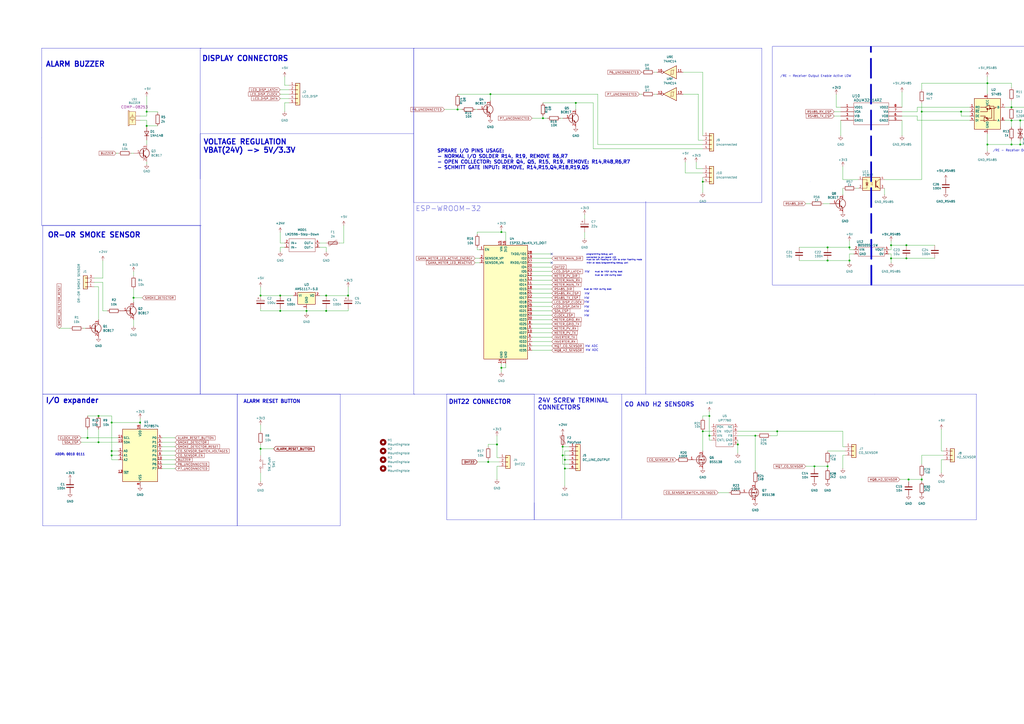
<source format=kicad_sch>
(kicad_sch (version 20231120) (generator "eeschema") (generator_version "8.0")
  (paper "A2")
  (junction (at 534.67 278.13))
  (junction (at 764.54 45.72))
  (junction (at 525.78 142.24))
  (junction (at 516.89 149.86))
  (junction (at 283.21 267.97))
  (junction (at 201.93 171.45))
  (junction (at 680.72 149.86))
  (junction (at 327.66 271.78))
  (junction (at 572.77 48.26))
  (junction (at 427.99 257.81))
  (junction (at 586.74 62.23))
  (junction (at 527.05 278.13))
  (junction (at 572.77 83.82))
  (junction (at 189.23 180.34))
  (junction (at 586.74 83.82))
  (junction (at 480.06 270.51))
  (junction (at 450.85 250.19))
  (junction (at 64.77 245.11))
  (junction (at 680.72 142.24))
  (junction (at 290.83 134.62))
  (junction (at 726.44 140.97))
  (junction (at 162.56 180.34))
  (junction (at 693.42 149.86))
  (junction (at 64.77 264.16))
  (junction (at 525.78 149.86))
  (junction (at 796.29 45.72))
  (junction (at 288.29 257.81))
  (junction (at 516.89 142.24))
  (junction (at 717.55 140.97))
  (junction (at 81.28 245.11))
  (junction (at 411.48 241.3))
  (junction (at 586.74 69.85))
  (junction (at 591.82 69.85))
  (junction (at 492.76 151.13))
  (junction (at 327.66 266.7))
  (junction (at 326.39 259.08))
  (junction (at 77.47 172.72))
  (junction (at 480.06 143.51))
  (junction (at 472.44 270.51))
  (junction (at 693.42 142.24))
  (junction (at 314.96 68.58))
  (junction (at 774.7 45.72))
  (junction (at 57.15 256.54))
  (junction (at 557.53 64.77))
  (junction (at 492.76 143.51))
  (junction (at 326.39 264.16))
  (junction (at 151.13 260.35))
  (junction (at 407.67 105.41))
  (junction (at 534.67 64.77))
  (junction (at 717.55 148.59))
  (junction (at 334.01 59.69))
  (junction (at 50.8 254))
  (junction (at 177.8 180.34))
  (junction (at 591.82 83.82))
  (junction (at 57.15 241.3))
  (junction (at 411.48 252.73))
  (junction (at 726.44 148.59))
  (junction (at 284.48 54.61))
  (junction (at 189.23 171.45))
  (junction (at 480.06 151.13))
  (junction (at 64.77 261.62))
  (junction (at 596.9 63.5))
  (junction (at 265.43 63.5))
  (junction (at 151.13 171.45))
  (junction (at 162.56 171.45))
  (junction (at 85.09 73.025))
  (junction (at 438.15 252.73))
  (junction (at 290.83 213.36))
  (junction (at 85.09 64.77))
  (junction (at 407.67 250.19))
  (junction (at 774.7 119.38))
  (no_connect (at 320.04 152.4))
  (no_connect (at 320.04 147.32))
  (wire (pts (xy 582.93 69.85) (xy 586.74 69.85)))
  (wire (pts (xy 523.24 53.34) (xy 523.24 62.23)))
  (wire (pts (xy 50.8 248.92) (xy 50.8 254)))
  (wire (pts (xy 379.73 41.91) (xy 381 41.91)))
  (polyline (pts (xy 566.42 228.6) (xy 507.365 228.6)))
  (wire (pts (xy 800.1 113.03) (xy 800.1 86.36)))
  (wire (pts (xy 275.59 63.5) (xy 276.86 63.5)))
  (wire (pts (xy 477.52 118.11) (xy 481.33 118.11)))
  (wire (pts (xy 67.31 88.9) (xy 68.58 88.9)))
  (wire (pts (xy 54.61 166.37) (xy 57.15 166.37)))
  (wire (pts (xy 490.22 259.08) (xy 488.95 259.08)))
  (wire (pts (xy 85.09 67.31) (xy 85.09 64.77)))
  (wire (pts (xy 283.21 267.97) (xy 283.21 266.7)))
  (wire (pts (xy 534.67 264.16) (xy 547.37 264.16)))
  (wire (pts (xy 177.8 180.34) (xy 177.8 181.61)))
  (polyline (pts (xy 24.13 130.81) (xy 24.13 80.01)))
  (wire (pts (xy 806.45 101.6) (xy 806.45 106.68)))
  (wire (pts (xy 314.96 67.31) (xy 314.96 68.58)))
  (wire (pts (xy 308.61 154.94) (xy 320.04 154.94)))
  (wire (pts (xy 586.74 48.26) (xy 572.77 48.26)))
  (wire (pts (xy 397.51 100.33) (xy 397.51 93.98)))
  (wire (pts (xy 463.55 151.13) (xy 480.06 151.13)))
  (wire (pts (xy 586.74 58.42) (xy 586.74 62.23)))
  (wire (pts (xy 586.74 83.82) (xy 572.77 83.82)))
  (wire (pts (xy 151.13 171.45) (xy 162.56 171.45)))
  (wire (pts (xy 726.44 148.59) (xy 742.95 148.59)))
  (wire (pts (xy 196.85 140.97) (xy 199.39 140.97)))
  (wire (pts (xy 308.61 68.58) (xy 314.96 68.58)))
  (wire (pts (xy 405.13 54.61) (xy 405.13 81.28)))
  (wire (pts (xy 320.04 180.34) (xy 308.61 180.34)))
  (wire (pts (xy 77.47 157.48) (xy 77.47 160.02)))
  (wire (pts (xy 613.41 64.77) (xy 608.33 64.77)))
  (wire (pts (xy 467.36 270.51) (xy 472.44 270.51)))
  (wire (pts (xy 596.9 63.5) (xy 610.87 63.5)))
  (wire (pts (xy 308.61 149.86) (xy 320.04 149.86)))
  (wire (pts (xy 487.68 62.23) (xy 485.14 62.23)))
  (wire (pts (xy 81.28 67.31) (xy 85.09 67.31)))
  (wire (pts (xy 346.71 54.61) (xy 284.48 54.61)))
  (wire (pts (xy 688.34 97.79) (xy 685.8 97.79)))
  (wire (pts (xy 427.99 255.27) (xy 427.99 257.81)))
  (polyline (pts (xy 240.03 228.6) (xy 240.03 116.84)))
  (wire (pts (xy 46.99 254) (xy 50.8 254)))
  (wire (pts (xy 572.77 83.82) (xy 572.77 87.63)))
  (wire (pts (xy 290.83 213.36) (xy 293.37 213.36)))
  (wire (pts (xy 774.7 125.73) (xy 774.7 119.38)))
  (wire (pts (xy 483.87 67.31) (xy 487.68 67.31)))
  (wire (pts (xy 726.44 140.97) (xy 742.95 140.97)))
  (wire (pts (xy 731.52 102.87) (xy 731.52 96.52)))
  (wire (pts (xy 717.55 148.59) (xy 726.44 148.59)))
  (wire (pts (xy 680.72 149.86) (xy 693.42 149.86)))
  (wire (pts (xy 77.47 172.72) (xy 77.47 175.26)))
  (wire (pts (xy 685.8 97.79) (xy 685.8 90.17)))
  (wire (pts (xy 532.13 67.31) (xy 532.13 69.85)))
  (wire (pts (xy 290.83 213.36) (xy 290.83 215.9)))
  (wire (pts (xy 308.61 195.58) (xy 320.04 195.58)))
  (wire (pts (xy 158.75 260.35) (xy 151.13 260.35)))
  (wire (pts (xy 557.53 67.31) (xy 557.53 64.77)))
  (wire (pts (xy 492.76 152.4) (xy 492.76 151.13)))
  (wire (pts (xy 93.98 271.78) (xy 101.6 271.78)))
  (wire (pts (xy 516.89 142.24) (xy 516.89 139.7)))
  (wire (pts (xy 185.42 140.97) (xy 189.23 140.97)))
  (wire (pts (xy 57.15 241.3) (xy 50.8 241.3)))
  (wire (pts (xy 64.77 241.3) (xy 57.15 241.3)))
  (polyline (pts (xy 240.03 27.94) (xy 240.03 116.84)))
  (wire (pts (xy 534.67 278.13) (xy 534.67 279.4)))
  (wire (pts (xy 275.59 149.86) (xy 278.13 149.86)))
  (wire (pts (xy 717.55 146.05) (xy 716.28 146.05)))
  (wire (pts (xy 320.04 165.1) (xy 308.61 165.1)))
  (wire (pts (xy 787.4 119.38) (xy 796.29 119.38)))
  (polyline (pts (xy 116.205 77.47) (xy 240.03 77.47)))
  (wire (pts (xy 717.55 151.13) (xy 717.55 148.59)))
  (wire (pts (xy 314.96 59.69) (xy 334.01 59.69)))
  (wire (pts (xy 289.56 267.97) (xy 283.21 267.97)))
  (wire (pts (xy 165.1 59.69) (xy 167.64 59.69)))
  (polyline (pts (xy 116.84 130.81) (xy 24.13 130.81)))
  (wire (pts (xy 806.45 106.68) (xy 795.02 106.68)))
  (wire (pts (xy 344.17 86.36) (xy 407.67 86.36)))
  (wire (pts (xy 85.09 95.25) (xy 85.09 93.98)))
  (wire (pts (xy 290.83 133.35) (xy 290.83 134.62)))
  (wire (pts (xy 411.48 255.27) (xy 411.48 252.73)))
  (wire (pts (xy 546.1 266.7) (xy 547.37 266.7)))
  (wire (pts (xy 407.67 41.91) (xy 396.24 41.91)))
  (wire (pts (xy 534.67 64.77) (xy 557.53 64.77)))
  (wire (pts (xy 717.55 143.51) (xy 717.55 140.97)))
  (wire (pts (xy 257.81 63.5) (xy 265.43 63.5)))
  (wire (pts (xy 695.96 143.51) (xy 693.42 143.51)))
  (wire (pts (xy 485.14 62.23) (xy 485.14 54.61)))
  (wire (pts (xy 396.24 54.61) (xy 405.13 54.61)))
  (wire (pts (xy 525.78 142.24) (xy 542.29 142.24)))
  (wire (pts (xy 48.26 190.5) (xy 49.53 190.5)))
  (wire (pts (xy 412.75 255.27) (xy 411.48 255.27)))
  (wire (pts (xy 596.9 81.28) (xy 596.9 83.82)))
  (wire (pts (xy 717.55 148.59) (xy 717.55 146.05)))
  (wire (pts (xy 407.67 241.3) (xy 407.67 242.57)))
  (wire (pts (xy 546.1 274.32) (xy 546.1 266.7)))
  (wire (pts (xy 492.76 144.78) (xy 492.76 143.51)))
  (wire (pts (xy 326.39 264.16) (xy 326.39 259.08)))
  (wire (pts (xy 688.34 114.3) (xy 688.34 105.41)))
  (wire (pts (xy 734.06 106.68) (xy 734.06 100.33)))
  (wire (pts (xy 370.84 54.61) (xy 372.11 54.61)))
  (wire (pts (xy 162.56 179.07) (xy 162.56 180.34)))
  (wire (pts (xy 330.2 259.08) (xy 326.39 259.08)))
  (wire (pts (xy 177.8 179.07) (xy 177.8 180.34)))
  (wire (pts (xy 472.44 270.51) (xy 480.06 270.51)))
  (wire (pts (xy 438.15 273.05) (xy 438.15 252.73)))
  (wire (pts (xy 750.57 91.44) (xy 750.57 119.38)))
  (wire (pts (xy 412.75 250.19) (xy 407.67 250.19)))
  (wire (pts (xy 824.23 106.68) (xy 833.12 106.68)))
  (wire (pts (xy 265.43 54.61) (xy 284.48 54.61)))
  (wire (pts (xy 800.1 124.46) (xy 800.1 120.65)))
  (wire (pts (xy 308.61 198.12) (xy 320.04 198.12)))
  (wire (pts (xy 162.56 54.61) (xy 167.64 54.61)))
  (wire (pts (xy 795.02 66.04) (xy 801.37 66.04)))
  (wire (pts (xy 534.67 104.14) (xy 513.08 104.14)))
  (wire (pts (xy 91.44 65.405) (xy 91.44 64.77)))
  (wire (pts (xy 68.58 266.7) (xy 64.77 266.7)))
  (polyline (pts (xy 566.42 301.498) (xy 566.42 228.6)))
  (wire (pts (xy 447.04 252.73) (xy 450.85 252.73)))
  (wire (pts (xy 450.85 250.19) (xy 488.95 250.19)))
  (wire (pts (xy 613.41 62.23) (xy 613.41 50.8)))
  (polyline (pts (xy 240.284 27.94) (xy 116.078 27.94)))
  (wire (pts (xy 572.77 77.47) (xy 572.77 83.82)))
  (wire (pts (xy 327.66 271.78) (xy 330.2 271.78)))
  (wire (pts (xy 723.9 114.3) (xy 723.9 105.41)))
  (wire (pts (xy 523.24 67.31) (xy 532.13 67.31)))
  (wire (pts (xy 283.21 259.08) (xy 283.21 257.81)))
  (wire (pts (xy 308.61 193.04) (xy 320.04 193.04)))
  (wire (pts (xy 339.09 124.46) (xy 339.09 127)))
  (wire (pts (xy 596.9 83.82) (xy 591.82 83.82)))
  (wire (pts (xy 521.97 278.13) (xy 527.05 278.13)))
  (wire (pts (xy 325.12 68.58) (xy 326.39 68.58)))
  (wire (pts (xy 151.13 171.45) (xy 151.13 166.37)))
  (wire (pts (xy 275.59 152.4) (xy 278.13 152.4)))
  (wire (pts (xy 64.77 245.11) (xy 81.28 245.11)))
  (wire (pts (xy 93.98 259.08) (xy 101.6 259.08)))
  (wire (pts (xy 276.86 144.78) (xy 276.86 143.51)))
  (wire (pts (xy 308.61 175.26) (xy 320.04 175.26)))
  (wire (pts (xy 201.93 180.34) (xy 201.93 179.07)))
  (wire (pts (xy 162.56 180.34) (xy 177.8 180.34)))
  (wire (pts (xy 532.13 62.23) (xy 562.61 62.23)))
  (wire (pts (xy 320.04 185.42) (xy 308.61 185.42)))
  (wire (pts (xy 515.62 144.78) (xy 516.89 144.78)))
  (wire (pts (xy 680.72 100.33) (xy 688.34 100.33)))
  (wire (pts (xy 764.54 45.72) (xy 758.19 45.72)))
  (wire (pts (xy 162.56 52.07) (xy 167.64 52.07)))
  (wire (pts (xy 288.29 270.51) (xy 289.56 270.51)))
  (wire (pts (xy 165.1 140.97) (xy 162.56 140.97)))
  (wire (pts (xy 693.42 146.05) (xy 695.96 146.05)))
  (polyline (pts (xy 505.46 165.1) (xy 505.206 27.178)) (stroke (width 1) (type dash)))
  (wire (pts (xy 534.67 64.77) (xy 534.67 104.14)))
  (wire (pts (xy 800.1 86.36) (xy 795.02 86.36)))
  (wire (pts (xy 85.09 69.85) (xy 85.09 73.025)))
  (wire (pts (xy 278.13 144.78) (xy 276.86 144.78)))
  (wire (pts (xy 85.09 64.77) (xy 85.09 55.88)))
  (wire (pts (xy 596.9 63.5) (xy 596.9 73.66)))
  (wire (pts (xy 407.67 97.79) (xy 403.86 97.79)))
  (wire (pts (xy 346.71 83.82) (xy 346.71 54.61)))
  (wire (pts (xy 77.47 189.23) (xy 77.47 185.42)))
  (wire (pts (xy 411.48 252.73) (xy 412.75 252.73)))
  (wire (pts (xy 177.8 180.34) (xy 189.23 180.34)))
  (wire (pts (xy 293.37 213.36) (xy 293.37 210.82)))
  (wire (pts (xy 320.04 172.72) (xy 308.61 172.72)))
  (wire (pts (xy 572.77 44.45) (xy 572.77 48.26)))
  (wire (pts (xy 796.29 101.6) (xy 796.29 119.38)))
  (wire (pts (xy 93.98 264.16) (xy 101.6 264.16)))
  (wire (pts (xy 693.42 142.24) (xy 693.42 138.43)))
  (wire (pts (xy 664.21 149.86) (xy 680.72 149.86)))
  (wire (pts (xy 308.61 177.8) (xy 320.04 177.8)))
  (wire (pts (xy 796.29 78.74) (xy 795.02 78.74)))
  (wire (pts (xy 833.12 111.76) (xy 821.69 111.76)))
  (polyline (pts (xy 374.65 228.6) (xy 374.65 213.36)))
  (wire (pts (xy 750.57 119.38) (xy 762 119.38)))
  (wire (pts (xy 480.06 270.51) (xy 480.06 269.24)))
  (wire (pts (xy 327.66 266.7) (xy 327.66 261.62)))
  (wire (pts (xy 427.99 250.19) (xy 450.85 250.19)))
  (wire (pts (xy 764.54 45.72) (xy 764.54 46.99)))
  (wire (pts (xy 463.55 143.51) (xy 480.06 143.51)))
  (wire (pts (xy 532.13 64.77) (xy 532.13 62.23)))
  (wire (pts (xy 664.21 142.24) (xy 680.72 142.24)))
  (polyline (pts (xy 116.205 228.6) (xy 116.205 154.305)))
  (wire (pts (xy 77.47 167.64) (xy 77.47 172.72)))
  (wire (pts (xy 93.98 266.7) (xy 101.6 266.7)))
  (wire (pts (xy 68.58 256.54) (xy 57.15 256.54)))
  (wire (pts (xy 796.29 39.37) (xy 796.29 45.72)))
  (wire (pts (xy 57.15 248.92) (xy 57.15 256.54)))
  (wire (pts (xy 93.98 269.24) (xy 101.6 269.24)))
  (wire (pts (xy 407.67 78.74) (xy 407.67 41.91)))
  (wire (pts (xy 308.61 170.18) (xy 320.04 170.18)))
  (wire (pts (xy 774.7 45.72) (xy 764.54 45.72)))
  (wire (pts (xy 320.04 162.56) (xy 308.61 162.56)))
  (wire (pts (xy 680.72 102.87) (xy 688.34 102.87)))
  (wire (pts (xy 308.61 187.96) (xy 320.04 187.96)))
  (wire (pts (xy 320.04 182.88) (xy 308.61 182.88)))
  (wire (pts (xy 57.15 256.54) (xy 46.99 256.54)))
  (wire (pts (xy 534.67 52.07) (xy 534.67 48.26)))
  (wire (pts (xy 199.39 140.97) (xy 199.39 130.81)))
  (wire (pts (xy 516.89 152.4) (xy 516.89 149.86)))
  (wire (pts (xy 162.56 134.62) (xy 162.56 140.97)))
  (wire (pts (xy 613.41 71.12) (xy 613.41 69.85)))
  (wire (pts (xy 189.23 143.51) (xy 185.42 143.51)))
  (wire (pts (xy 344.17 59.69) (xy 344.17 86.36)))
  (wire (pts (xy 591.82 69.85) (xy 591.82 73.66)))
  (wire (pts (xy 795.02 73.66) (xy 801.37 73.66)))
  (wire (pts (xy 411.48 241.3) (xy 411.48 252.73)))
  (wire (pts (xy 165.1 49.53) (xy 165.1 44.45)))
  (wire (pts (xy 582.93 62.23) (xy 586.74 62.23)))
  (wire (pts (xy 85.09 81.28) (xy 85.09 83.82)))
  (wire (pts (xy 320.04 167.64) (xy 308.61 167.64)))
  (wire (pts (xy 162.56 143.51) (xy 165.1 143.51)))
  (wire (pts (xy 64.77 264.16) (xy 64.77 261.62)))
  (wire (pts (xy 151.13 257.81) (xy 151.13 260.35)))
  (wire (pts (xy 754.38 91.44) (xy 750.57 91.44)))
  (polyline (pts (xy 705.612 166.116) (xy 705.612 28.194)) (stroke (width 1) (type dash)))
  (wire (pts (xy 416.56 285.75) (xy 422.91 285.75)))
  (polyline (pts (xy 24.13 27.94) (xy 116.84 27.94)))
  (wire (pts (xy 151.13 246.38) (xy 151.13 250.19)))
  (wire (pts (xy 407.67 105.41) (xy 407.67 111.76)))
  (wire (pts (xy 330.2 269.24) (xy 326.39 269.24)))
  (wire (pts (xy 403.86 97.79) (xy 403.86 93.98)))
  (wire (pts (xy 64.77 261.62) (xy 64.77 245.11)))
  (wire (pts (xy 472.44 270.51) (xy 472.44 271.78)))
  (wire (pts (xy 750.57 66.04) (xy 754.38 66.04)))
  (wire (pts (xy 276.86 135.89) (xy 276.86 134.62)))
  (wire (pts (xy 532.13 69.85) (xy 562.61 69.85)))
  (wire (pts (xy 769.62 119.38) (xy 774.7 119.38)))
  (wire (pts (xy 308.61 160.02) (xy 320.04 160.02)))
  (wire (pts (xy 516.89 149.86) (xy 525.78 149.86)))
  (wire (pts (xy 54.61 161.29) (xy 59.69 161.29)))
  (wire (pts (xy 516.89 144.78) (xy 516.89 142.24)))
  (polyline (pts (xy 240.665 228.6) (xy 116.205 228.6)))
  (wire (pts (xy 59.69 163.83) (xy 59.69 180.34)))
  (wire (pts (xy 320.04 147.32) (xy 308.61 147.32)))
  (wire (pts (xy 151.13 179.07) (xy 151.13 180.34)))
  (wire (pts (xy 450.85 252.73) (xy 450.85 250.19)))
  (wire (pts (xy 411.48 241.3) (xy 407.67 241.3)))
  (wire (pts (xy 151.13 274.32) (xy 151.13 279.4)))
  (wire (pts (xy 488.95 113.03) (xy 488.95 109.22)))
  (wire (pts (xy 407.67 100.33) (xy 397.51 100.33)))
  (wire (pts (xy 201.93 171.45) (xy 201.93 166.37)))
  (wire (pts (xy 693.42 143.51) (xy 693.42 142.24)))
  (wire (pts (xy 276.86 267.97) (xy 283.21 267.97)))
  (wire (pts (xy 314.96 68.58) (xy 317.5 68.58)))
  (wire (pts (xy 64.77 266.7) (xy 64.77 264.16)))
  (polyline (pts (xy 24.13 80.01) (xy 24.13 27.94)))
  (wire (pts (xy 523.24 64.77) (xy 532.13 64.77)))
  (wire (pts (xy 492.76 143.51) (xy 492.76 139.7)))
  (polyline (pts (xy 116.205 154.305) (xy 116.205 77.47)))
  (wire (pts (xy 731.52 96.52) (xy 754.38 96.52)))
  (wire (pts (xy 91.44 73.025) (xy 85.09 73.025)))
  (wire (pts (xy 591.82 81.28) (xy 591.82 83.82)))
  (wire (pts (xy 774.7 45.72) (xy 796.29 45.72)))
  (wire (pts (xy 613.41 67.31) (xy 610.87 67.31)))
  (wire (pts (xy 77.47 172.72) (xy 82.55 172.72)))
  (wire (pts (xy 93.98 261.62) (xy 101.6 261.62)))
  (wire (pts (xy 467.36 118.11) (xy 469.9 118.11)))
  (wire (pts (xy 513.08 109.22) (xy 513.08 113.03)))
  (wire (pts (xy 534.67 264.16) (xy 534.67 269.24)))
  (wire (pts (xy 723.9 100.33) (xy 734.06 100.33)))
  (wire (pts (xy 64.77 261.62) (xy 68.58 261.62)))
  (wire (pts (xy 283.21 257.81) (xy 288.29 257.81)))
  (wire (pts (xy 586.74 69.85) (xy 586.74 73.66)))
  (wire (pts (xy 796.29 45.72) (xy 796.29 52.07)))
  (wire (pts (xy 276.86 134.62) (xy 290.83 134.62)))
  (wire (pts (xy 407.67 102.87) (xy 407.67 105.41)))
  (wire (pts (xy 265.43 62.23) (xy 265.43 63.5)))
  (wire (pts (xy 320.04 200.66) (xy 308.61 200.66)))
  (wire (pts (xy 57.15 166.37) (xy 57.15 185.42)))
  (wire (pts (xy 167.64 49.53) (xy 165.1 49.53)))
  (wire (pts (xy 59.69 161.29) (xy 59.69 151.13)))
  (wire (pts (xy 824.23 96.52) (xy 824.23 106.68)))
  (wire (pts (xy 495.3 144.78) (xy 492.76 144.78)))
  (wire (pts (xy 516.89 149.86) (xy 516.89 147.32)))
  (wire (pts (xy 488.95 271.78) (xy 488.95 264.16)))
  (wire (pts (xy 288.29 257.81) (xy 288.29 265.43)))
  (wire (pts (xy 320.04 152.4) (xy 308.61 152.4)))
  (wire (pts (xy 64.77 264.16) (xy 68.58 264.16)))
  (wire (pts (xy 821.69 111.76) (xy 821.69 124.46)))
  (wire (pts (xy 151.13 260.35) (xy 151.13 264.16)))
  (wire (pts (xy 480.06 143.51) (xy 492.76 143.51)))
  (wire (pts (xy 379.73 54.61) (xy 381 54.61)))
  (wire (pts (xy 93.98 256.54) (xy 101.6 256.54)))
  (wire (pts (xy 557.53 64.77) (xy 562.61 64.77)))
  (wire (pts (xy 795.02 101.6) (xy 796.29 101.6)))
  (wire (pts (xy 81.28 242.57) (xy 81.28 245.11)))
  (wire (pts (xy 288.29 278.13) (xy 288.29 270.51)))
  (wire (pts (xy 59.69 180.34) (xy 62.23 180.34)))
  (wire (pts (xy 586.74 81.28) (xy 586.74 83.82)))
  (wire (pts (xy 717.55 140.97) (xy 726.44 140.97)))
  (wire (pts (xy 81.28 69.85) (xy 85.09 69.85)))
  (wire (pts (xy 334.01 59.69) (xy 344.17 59.69)))
  (wire (pts (xy 716.28 143.51) (xy 717.55 143.51)))
  (wire (pts (xy 427.99 252.73) (xy 438.15 252.73)))
  (wire (pts (xy 85.09 73.025) (xy 85.09 73.66)))
  (wire (pts (xy 284.48 54.61) (xy 284.48 58.42)))
  (wire (pts (xy 480.06 261.62) (xy 490.22 261.62)))
  (wire (pts (xy 492.76 151.13) (xy 492.76 147.32)))
  (wire (pts (xy 334.01 59.69) (xy 334.01 63.5)))
  (wire (pts (xy 487.68 78.74) (xy 487.68 69.85)))
  (wire (pts (xy 308.61 190.5) (xy 320.04 190.5)))
  (wire (pts (xy 734.06 106.68) (xy 754.38 106.68)))
  (wire (pts (xy 717.55 140.97) (xy 717.55 138.43)))
  (wire (pts (xy 189.23 143.51) (xy 189.23 146.05)))
  (wire (pts (xy 693.42 151.13) (xy 693.42 149.86)))
  (wire (pts (xy 586.74 69.85) (xy 591.82 69.85)))
  (polyline (pts (xy 346.71 228.6) (xy 240.03 228.6)))
  (wire (pts (xy 438.15 252.73) (xy 439.42 252.73)))
  (wire (pts (xy 608.33 64.77) (xy 608.33 69.85)))
  (wire (pts (xy 405.13 81.28) (xy 407.67 81.28)))
  (wire (pts (xy 480.06 151.13) (xy 492.76 151.13)))
  (polyline (pts (xy 469.9 105.41) (xy 469.9 105.41)))
  (wire (pts (xy 610.87 67.31) (xy 610.87 63.5)))
  (wire (pts (xy 795.02 96.52) (xy 824.23 96.52)))
  (wire (pts (xy 54.61 163.83) (xy 59.69 163.83)))
  (wire (pts (xy 534.67 278.13) (xy 534.67 276.86)))
  (wire (pts (xy 723.9 88.9) (xy 723.9 97.79)))
  (wire (pts (xy 93.98 254) (xy 101.6 254)))
  (wire (pts (xy 758.19 45.72) (xy 758.19 46.99)))
  (wire (pts (xy 151.13 180.34) (xy 162.56 180.34)))
  (wire (pts (xy 327.66 271.78) (xy 327.66 266.7)))
  (wire (pts (xy 488.95 96.52) (xy 488.95 104.14)))
  (wire (pts (xy 327.66 271.78) (xy 327.66 281.94)))
  (wire (pts (xy 680.72 142.24) (xy 693.42 142.24)))
  (wire (pts (xy 34.29 190.5) (xy 40.64 190.5)))
  (wire (pts (xy 516.89 142.24) (xy 525.78 142.24)))
  (wire (pts (xy 723.9 102.87) (xy 731.52 102.87)))
  (wire (pts (xy 407.67 250.19) (xy 407.67 261.62)))
  (wire (pts (xy 527.05 278.13) (xy 534.67 278.13)))
  (wire (pts (xy 189.23 180.34) (xy 189.23 179.07)))
  (wire (pts (xy 480.06 270.51) (xy 480.06 271.78)))
  (wire (pts (xy 91.44 64.77) (xy 85.09 64.77)))
  (wire (pts (xy 293.37 139.7) (xy 293.37 134.62)))
  (wire (pts (xy 289.56 265.43) (xy 288.29 265.43)))
  (wire (pts (xy 288.29 252.73) (xy 288.29 257.81)))
  (wire (pts (xy 189.23 180.34) (xy 201.93 180.34)))
  (wire (pts (xy 527.05 278.13) (xy 527.05 279.4)))
  (wire (pts (xy 534.67 59.69) (xy 534.67 64.77)))
  (wire (pts (xy 346.71 83.82) (xy 407.67 83.82)))
  (wire (pts (xy 774.7 119.38) (xy 779.78 119.38)))
  (wire (pts (xy 411.48 238.76) (xy 411.48 241.3)))
  (wire (pts (xy 50.8 254) (xy 68.58 254)))
  (wire (pts (xy 290.83 134.62) (xy 293.37 134.62)))
  (wire (pts (xy 326.39 269.24) (xy 326.39 264.16)))
  (wire (pts (xy 488.95 104.14) (xy 497.84 104.14)))
  (wire (pts (xy 492.76 147.32) (xy 495.3 147.32)))
  (wire (pts (xy 586.74 62.23) (xy 596.9 62.23)))
  (wire (pts (xy 774.7 45.72) (xy 774.7 58.42)))
  (wire (pts (xy 586.74 50.8) (xy 586.74 48.26)))
  (wire (pts (xy 327.66 261.62) (xy 330.2 261.62)))
  (wire (pts (xy 572.77 48.26) (xy 572.77 54.61)))
  (wire (pts (xy 496.57 109.22) (xy 497.84 109.22)))
  (wire (pts (xy 162.56 171.45) (xy 170.18 171.45)))
  (wire (pts (xy 308.61 157.48) (xy 320.04 157.48)))
  (wire (pts (xy 750.57 73.66) (xy 754.38 73.66)))
  (wire (pts (xy 591.82 69.85) (xy 608.33 69.85)))
  (wire (pts (xy 330.2 264.16) (xy 326.39 264.16)))
  (wire (pts (xy 547.37 261.62) (xy 546.1 261.62)))
  (wire (pts (xy 483.87 64.77) (xy 487.68 64.77)))
  (wire (pts (xy 488.95 264.16) (xy 490.22 264.16)))
  (wire (pts (xy 64.77 245.11) (xy 64.77 241.3)))
  (wire (pts (xy 162.56 57.15) (xy 167.64 57.15)))
  (wire (pts (xy 427.99 257.81) (xy 427.99 262.89)))
  (wire (pts (xy 758.19 54.61) (xy 758.19 57.15)))
  (wire (pts (xy 290.83 210.82) (xy 290.83 213.36)))
  (wire (pts (xy 693.42 149.86) (xy 693.42 146.05)))
  (wire (pts (xy 764.54 54.61) (xy 764.54 57.15)))
  (wire (pts (xy 265.43 63.5) (xy 267.97 63.5)))
  (wire (pts (xy 591.82 83.82) (xy 586.74 83.82)))
  (polyline (pts (xy 309.88 291.592) (xy 309.88 301.498)))
  (wire (pts (xy 796.29 59.69) (xy 796.29 78.74)))
  (wire (pts (xy 165.1 64.77) (xy 165.1 59.69)))
  (wire (pts (xy 525.78 149.86) (xy 542.29 149.86)))
  (wire (pts (xy 162.56 146.05) (xy 162.56 143.51)))
  (polyline (pts (xy 374.65 116.84) (xy 374.65 213.36)))
  (wire (pts (xy 339.09 134.62) (xy 339.09 138.43)))
  (polyline (pts (xy 116.078 27.94) (xy 116.078 103.886)))
  (wire (pts (xy 806.45 101.6) (xy 833.12 101.6)))
  (wire (pts (xy 308.61 203.2) (xy 320.04 203.2)))
  (polyline (pts (xy 309.88 301.498) (xy 566.42 301.498)))
  (wire (pts (xy 327.66 266.7) (xy 330.2 266.7)))
  (wire (pts (xy 185.42 171.45) (xy 189.23 171.45)))
  (wire (pts (xy 523.24 78.74) (xy 523.24 69.85)))
  (wire (pts (xy 596.9 63.5) (xy 596.9 62.23)))
  (wire (pts (xy 562.61 67.31) (xy 557.53 67.31)))
  (wire (pts (xy 534.67 48.26) (xy 572.77 48.26)))
  (wire (pts (xy 516.89 147.32) (xy 515.62 147.32)))
  (wire (pts (xy 546.1 248.92) (xy 546.1 261.62)))
  (wire (pts (xy 81.28 245.11) (xy 81.28 246.38)))
  (wire (pts (xy 488.95 250.19) (xy 488.95 259.08)))
  (polyline (pts (xy 360.68 228.6) (xy 360.68 300.99)))
  (polyline (pts (xy 507.365 228.6) (xy 346.71 228.6)))
  (wire (pts (xy 76.2 88.9) (xy 77.47 88.9)))
  (wire (pts (xy 201.93 171.45) (xy 189.23 171.45)))
  (rectangle (start 24.765 130.81) (end 116.205 228.6))
  (rectangle (start 448.056 26.924) (end 647.446 165.354))
  (rectangle (start 652.78 27.94) (end 852.17 166.37))
  (rectangle (start 137.668 228.6) (end 197.358 305.054))
  (rectangle (start 259.08 228.6) (end 309.88 301.498))
  (rectangle (start 24.765 228.6) (end 137.668 305.054))
  (rectangle (start 240.03 27.94) (end 441.96 117.475))
  (text "programming/debug uart" (at 340.106 147.574 0) (effects (font (size 0.8 0.8)) (justify left)))
  (text "HW" (at 340.36 175.26 0) (effects (font (size 1.27 1.27))))
  (text "HW" (at 340.36 183.134 0) (effects (font (size 1.27 1.27))))
  (text "ADDR: 0010 0111" (at 40.64 263.652 0) (effects (font (size 1.27 1.27) (bold yes))))
  (text "DHT22 CONNECTOR" (at 278.384 233.172 0) (effects (font (size 2.5 2.5) (bold yes))))
  (text "OR-OR SMOKE SENSOR" (at 54.61 136.398 0) (effects (font (size 3 3) (thickness 0.6) (bold yes))))
  (text "HW" (at 340.36 172.974 0) (effects (font (size 1.27 1.27))))
  (text "ESP-WROOM-32" (at 260.096 121.158 0) (effects (font (size 3 3))))
  (text "I/O expander" (at 41.91 232.41 0) (effects (font (size 3 3) (thickness 0.6) (bold yes))))
  (text "HW" (at 340.614 157.734 0) (effects (font (size 1.27 1.27))))
  (text "must be HIGH during boot\n" (at 344.932 157.734 0) (effects (font (size 0.8 0.8)) (justify left)))
  (text "HW" (at 340.36 180.594 0) (effects (font (size 1.27 1.27))))
  (text "/RE - Receiver Output Enable Active LOW" (at 473.202 44.196 0) (effects (font (size 1.27 1.27))))
  (text " HIGH at boot/programming/debug uart" (at 339.598 152.654 0) (effects (font (size 0.8 0.8)) (justify left)))
  (text "HW ADC" (at 343.154 200.914 0) (effects (font (size 1.27 1.27))))
  (text "MAX232\nTTL<->RS232" (at 712.47 75.946 0) (effects (font (size 2.2 2.2)) (justify left)))
  (text "HW ADC" (at 343.408 203.2 0) (effects (font (size 1.27 1.27))))
  (text "must be LOW during boot\n" (at 344.932 159.766 0) (effects (font (size 0.8 0.8)) (justify left)))
  (text "DISPLAY CONNECTORS" (at 142.24 34.036 0) (effects (font (size 3 3) (thickness 0.6) (bold yes))))
  (text "must be HIGH during boot\n" (at 338.582 167.894 0) (effects (font (size 0.8 0.8)) (justify left)))
  (text "connected to on-board LED\nmust be left floating or LOW to enter flashing mode" (at 340.106 150.114 0) (effects (font (size 0.8 0.8)) (justify left)))
  (text "SPRARE I/O PINS USAGE:\n- NORMAL I/O SOLDER R14, R19, REMOVE R6,R7\n- OPEN COLLECTOR: SOLDER Q4, Q5, R15, R19, REMOVE: R14,R48,R6,R7\n- SCHMITT GATE INPUT: REMOVE, R14,R15,Q4,R18,R19,Q5" (at 253.492 92.456 0) (effects (font (size 2 2) (thickness 0.4) (bold yes)) (justify left)))
  (text "/RE - Receiver Output Enable Active LOW" (at 596.646 87.376 0) (effects (font (size 1.27 1.27))))
  (text "ALARM RESET BUTTON" (at 157.734 232.918 0) (effects (font (size 2 2) (bold yes))))
  (text "/RE - Receiver Output Enable Active LOW" (at 706.12 124.46 0) (effects (font (size 1.27 1.27))))
  (text "HW" (at 340.614 170.434 0) (effects (font (size 1.27 1.27))))
  (text "CO AND H2 SENSORS" (at 382.524 234.696 0) (effects (font (size 2.5 2.5) (thickness 0.4) (bold yes))))
  (text "ALARM BUZZER" (at 43.688 37.338 0) (effects (font (size 3 3) (thickness 0.6) (bold yes))))
  (text "HW" (at 340.36 178.054 0) (effects (font (size 1.27 1.27))))
  (text "24V SCREW TERMINAL\nCONNECTORS" (at 311.912 234.442 0) (effects (font (size 2.5 2.5) (thickness 0.4) (bold yes)) (justify left)))
  (text "VOLTAGE REGULATION\nVBAT(24V) -> 5V/3.3V" (at 117.856 84.836 0) (effects (font (size 3 3) (thickness 0.6) (bold yes)) (justify left)))
  (label "RS485_B" (at 598.17 63.5 0))
  (label "RS485_A" (at 598.17 69.85 0))
  (label "INV_RX_RS232" (at 806.45 96.52 0))
  (label "INV_TX_RS232" (at 806.45 101.6 0))
  (global_label "SDA_ESP" (shape input) (at 320.04 180.34 0) (property "Intersheetrefs" "${INTERSHEET_REFS}" (effects (hide yes))))
  (global_label "INVERTER_TX" (shape input) (at 680.72 102.87 180) (property "Intersheetrefs" "${INTERSHEET_REFS}" (effects (hide yes))))
  (global_label "RS485_TX_ESP" (shape input) (at 483.87 67.31 180) (property "Intersheetrefs" "${INTERSHEET_REFS}" (effects (hide yes))))
  (global_label "ALARM_RESET_BUTTON" (shape input) (at 158.75 260.35 0) (effects (font (bold yes))) (property "Intersheetrefs" "${INTERSHEET_REFS}" (effects (hide yes))))
  (global_label "MQ8_H2_SENSOR" (shape input) (at 521.97 278.13 180) (property "Intersheetrefs" "${INTERSHEET_REFS}" (effects (hide yes))))
  (global_label "METER_GRID_RX" (shape input) (at 320.04 185.42 0) (property "Intersheetrefs" "${INTERSHEET_REFS}" (effects (hide yes))))
  (global_label "SMOKE_DETECTOR_RESET" (shape input) (at 34.29 190.5 90) (property "Intersheetrefs" "${INTERSHEET_REFS}" (effects (hide yes))))
  (global_label "P6_UNCONNECTED" (shape input) (at 372.11 41.91 180) (property "Intersheetrefs" "${INTERSHEET_REFS}" (effects (hide yes))))
  (global_label "INVERTER_RX" (shape input) (at 320.04 198.12 0) (property "Intersheetrefs" "${INTERSHEET_REFS}" (effects (hide yes))))
  (global_label "P7_UNCONNECTED" (shape input) (at 308.61 68.58 180) (property "Intersheetrefs" "${INTERSHEET_REFS}" (effects (hide yes))))
  (global_label "RS485_RX_ESP" (shape input) (at 320.04 170.18 0) (property "Intersheetrefs" "${INTERSHEET_REFS}" (effects (hide yes))))
  (global_label "SMOKE_DETECTOR" (shape input) (at 82.55 172.72 0) (property "Intersheetrefs" "${INTERSHEET_REFS}" (effects (hide yes))))
  (global_label "LCD_DISP_DATA" (shape input) (at 320.04 177.8 0) (property "Intersheetrefs" "${INTERSHEET_REFS}" (effects (hide yes))))
  (global_label "METER_PV_TX" (shape input) (at 320.04 193.04 0) (property "Intersheetrefs" "${INTERSHEET_REFS}" (effects (hide yes))))
  (global_label "LCD_DISP_DATA" (shape input) (at 162.56 57.15 180) (property "Intersheetrefs" "${INTERSHEET_REFS}" (effects (hide yes))))
  (global_label "SMOKE_DETECTOR_RESET" (shape input) (at 101.6 259.08 0) (property "Intersheetrefs" "${INTERSHEET_REFS}" (effects (hide yes))))
  (global_label "RS485_DIR" (shape input) (at 320.04 167.64 0) (property "Intersheetrefs" "${INTERSHEET_REFS}" (effects (hide yes))))
  (global_label "CLOCK_ESP" (shape input) (at 320.04 182.88 0) (property "Intersheetrefs" "${INTERSHEET_REFS}" (effects (hide yes))))
  (global_label "METER_MAIN_DIR" (shape input) (at 320.04 149.86 0) (property "Intersheetrefs" "${INTERSHEET_REFS}" (effects (hide yes))))
  (global_label "METER_MAIN_RX" (shape input) (at 320.04 162.56 0) (property "Intersheetrefs" "${INTERSHEET_REFS}" (effects (hide yes))))
  (global_label "ALARM_RESET_BUTTON" (shape input) (at 101.6 254 0) (property "Intersheetrefs" "${INTERSHEET_REFS}" (effects (hide yes))))
  (global_label "METER_GRID_TX" (shape input) (at 320.04 187.96 0) (property "Intersheetrefs" "${INTERSHEET_REFS}" (effects (hide yes))))
  (global_label "RS485_DIR" (shape input) (at 467.36 118.11 180) (property "Intersheetrefs" "${INTERSHEET_REFS}" (effects (hide yes))))
  (global_label "MQ8_H2_SENSOR" (shape input) (at 320.04 203.2 0) (property "Intersheetrefs" "${INTERSHEET_REFS}" (effects (hide yes))))
  (global_label "RS485_RX_ESP" (shape input) (at 483.87 64.77 180) (property "Intersheetrefs" "${INTERSHEET_REFS}" (effects (hide yes))))
  (global_label "SDA_ESP" (shape input) (at 46.99 256.54 180) (property "Intersheetrefs" "${INTERSHEET_REFS}" (effects (hide yes))))
  (global_label "CO_SENSOR_SWITCH_VOLTAGES" (shape input) (at 101.6 261.62 0) (property "Intersheetrefs" "${INTERSHEET_REFS}" (effects (hide yes))))
  (global_label "BUZZER" (shape input) (at 101.6 266.7 0) (property "Intersheetrefs" "${INTERSHEET_REFS}" (effects (hide yes))))
  (global_label "METER_PV_DIR" (shape input) (at 320.04 160.02 0) (property "Intersheetrefs" "${INTERSHEET_REFS}" (effects (hide yes))))
  (global_label "INVERTER_TX" (shape input) (at 320.04 195.58 0) (property "Intersheetrefs" "${INTERSHEET_REFS}" (effects (hide yes))))
  (global_label "DHT22" (shape input) (at 320.04 154.94 0) (property "Intersheetrefs" "${INTERSHEET_REFS}" (effects (hide yes))))
  (global_label "MQ7_CO_SENSOR" (shape input) (at 467.36 270.51 180) (property "Intersheetrefs" "${INTERSHEET_REFS}" (effects (hide yes))))
  (global_label "P6_UNCONNECTED" (shape input) (at 257.81 63.5 180) (property "Intersheetrefs" "${INTERSHEET_REFS}" (effects (hide yes))))
  (global_label "LCD_DISP_CLOCK" (shape input) (at 162.56 54.61 180) (property "Intersheetrefs" "${INTERSHEET_REFS}" (effects (hide yes))))
  (global_label "GAMA_METER_LED_REACTIVE" (shape input) (at 275.59 152.4 180) (property "Intersheetrefs" "${INTERSHEET_REFS}" (effects (hide yes))))
  (global_label "P7_UNCONNECTED" (shape input) (at 101.6 271.78 0) (property "Intersheetrefs" "${INTERSHEET_REFS}" (effects (hide yes))))
  (global_label "CLOCK_ESP" (shape input) (at 46.99 254 180) (property "Intersheetrefs" "${INTERSHEET_REFS}" (effects (hide yes))))
  (global_label "SMOKE_DETECTOR" (shape input) (at 101.6 256.54 0) (property "Intersheetrefs" "${INTERSHEET_REFS}" (effects (hide yes))))
  (global_label "GAMA_METER_LED_ACTIVE_ENERGY" (shape input) (at 275.59 149.86 180) (property "Intersheetrefs" "${INTERSHEET_REFS}" (effects (hide yes))))
  (global_label "MQ7_CO_SENSOR" (shape input) (at 320.04 200.66 0) (property "Intersheetrefs" "${INTERSHEET_REFS}" (effects (hide yes))))
  (global_label "METER_PV_RX" (shape input) (at 320.04 190.5 0) (property "Intersheetrefs" "${INTERSHEET_REFS}" (effects (hide yes))))
  (global_label "METER_MAIN_TX" (shape input) (at 320.04 165.1 0) (property "Intersheetrefs" "${INTERSHEET_REFS}" (effects (hide yes))))
  (global_label "CO_SENSOR_SWITCH_VOLTAGES" (shape input) (at 416.56 285.75 180) (property "Intersheetrefs" "${INTERSHEET_REFS}" (effects (hide yes))))
  (global_label "LCD_DISP_LATCH" (shape input) (at 320.04 157.48 0) (property "Intersheetrefs" "${INTERSHEET_REFS}" (effects (hide yes))))
  (global_label "INVERTER_RX" (shape input) (at 680.72 100.33 180) (property "Intersheetrefs" "${INTERSHEET_REFS}" (effects (hide yes))))
  (global_label "LCD_DISP_LATCH" (shape input) (at 162.56 52.07 180) (property "Intersheetrefs" "${INTERSHEET_REFS}" (effects (hide yes))))
  (global_label "P7_UNCONNECTED" (shape input) (at 370.84 54.61 180) (property "Intersheetrefs" "${INTERSHEET_REFS}" (effects (hide yes))))
  (global_label "DHT22" (shape input) (at 276.86 267.97 180) (effects (font (bold yes))) (property "Intersheetrefs" "${INTERSHEET_REFS}" (effects (hide yes))))
  (global_label "RS485_TX_ESP" (shape input) (at 320.04 172.72 0) (property "Intersheetrefs" "${INTERSHEET_REFS}" (effects (hide yes))))
  (global_label "LCD_DISP_CLOCK" (shape input) (at 320.04 175.26 0) (property "Intersheetrefs" "${INTERSHEET_REFS}" (effects (hide yes))))
  (global_label "P6_UNCONNECTED" (shape input) (at 101.6 269.24 0) (property "Intersheetrefs" "${INTERSHEET_REFS}" (effects (hide yes))))
  (global_label "CO_SENSOR_EN" (shape input) (at 101.6 264.16 0) (property "Intersheetrefs" "${INTERSHEET_REFS}" (effects (hide yes))))
  (global_label "BUZZER" (shape input) (at 67.31 88.9 180) (property "Intersheetrefs" "${INTERSHEET_REFS}" (effects (hide yes))))
  (global_label "CO_SENSOR_EN" (shape input) (at 392.43 266.7 180) (property "Intersheetrefs" "${INTERSHEET_REFS}" (effects (hide yes))))
  (symbol (lib_id "Device:R") (at 77.47 163.83 180) (unit 1)
    (property "Reference" "R4" (at 80.01 162.5599 0) (effects (justify right)))
    (property "Value" "10k" (at 80.01 165.0999 0) (effects (justify right)))
    (property "Footprint" "Resistor_SMD:R_0805_2012Metric_Pad1.20x1.40mm_HandSolder" (effects (hide yes)))
    (property "Description" "Resistor" (effects (hide yes)))
  )
  (symbol (lib_id "power:GND") (at 513.08 113.03 0) (unit 1)
    (property "Reference" "#PWR096" (effects (hide yes)))
    (property "Value" "GND_RS485" (at 512.826 117.094 0))
    (property "Description" "Power symbol creates a global label with name \"GND\" , ground" (effects (hide yes)))
  )
  (symbol (lib_id "Switch:SW_Push") (at 151.13 269.24 270) (unit 1)
    (property "Reference" "SW1" (at 158.75 269.24 0))
    (property "Value" "SW_Push" (at 156.21 269.24 0))
    (property "Footprint" "Connector_JST:JST_XA_B02B-XASK-1_1x02_P2.50mm_Vertical" (effects (hide yes)))
    (property "Description" "Push button switch, generic, two pins" (effects (hide yes)))
  )
  (symbol (lib_id "power:+5V") (at 796.29 39.37 0) (unit 1)
    (property "Reference" "#PWR047" (effects (hide yes)))
    (property "Value" "+5V_INV" (at 796.29 34.29 0))
    (property "Description" "Power symbol creates a global label with name \"+5V\"" (effects (hide yes)))
  )
  (symbol (lib_id "power:GND") (at 407.67 111.76 0) (unit 1)
    (property "Reference" "#PWR083" (effects (hide yes)))
    (property "Value" "GND" (at 407.67 116.84 0))
    (property "Description" "Power symbol creates a global label with name \"GND\" , ground" (effects (hide yes)))
  )
  (symbol (lib_id "Transistor_BJT:BC817") (at 74.93 180.34 0) (unit 1)
    (property "Reference" "Q2" (at 80.01 179.0699 0) (effects (justify left)))
    (property "Value" "BC817" (at 80.01 181.6099 0) (effects (justify left)))
    (property "Footprint" "Package_TO_SOT_SMD:SOT-23" (effects (hide yes)))
    (property "Datasheet" "https://www.onsemi.com/pub/Collateral/BC818-D.pdf" (effects (hide yes)))
    (property "Description" "0.8A Ic, 45V Vce, NPN Transistor, SOT-23" (effects (hide yes)))
  )
  (symbol (lib_id "74xx:74HC14") (at 388.62 41.91 180) (unit 5)
    (property "Reference" "U9" (at 388.62 33.02 0))
    (property "Value" "74HC14" (at 388.62 35.56 0))
    (property "Footprint" "Package_SO:SOIC-14_3.9x8.7mm_P1.27mm" (effects (hide yes)))
    (property "Datasheet" "http://www.ti.com/lit/gpn/sn74HC14" (effects (hide yes)))
    (property "Description" "Hex inverter schmitt trigger" (effects (hide yes)))
  )
  (symbol (lib_id "power:+5V") (at 199.39 130.81 0) (unit 1)
    (property "Reference" "#PWR026" (effects (hide yes)))
    (property "Value" "+5V" (at 199.39 125.73 0))
    (property "Description" "Power symbol creates a global label with name \"+5V\"" (effects (hide yes)))
  )
  (symbol (lib_id "power:+24V") (at 326.39 251.46 0) (unit 1)
    (property "Reference" "#PWR035" (effects (hide yes)))
    (property "Value" "+24V" (at 326.39 246.38 0))
    (property "Description" "Power symbol creates a global label with name \"+24V\"" (effects (hide yes)))
  )
  (symbol (lib_id "Device:R") (at 534.67 55.88 0) (unit 1)
    (property "Reference" "R58" (at 537.21 54.6099 0) (effects (justify left)))
    (property "Value" "4k7" (at 537.21 57.1499 0) (effects (justify left)))
    (property "Footprint" "Resistor_SMD:R_0805_2012Metric_Pad1.20x1.40mm_HandSolder" (effects (hide yes)))
    (property "Description" "Resistor" (effects (hide yes)))
  )
  (symbol (lib_id "power:+24V") (at 59.69 151.13 0) (unit 1)
    (property "Reference" "#PWR04" (effects (hide yes)))
    (property "Value" "+24V" (at 59.69 146.05 0))
    (property "Description" "Power symbol creates a global label with name \"+24V\"" (effects (hide yes)))
  )
  (symbol (lib_id "power:+24V") (at 162.56 134.62 0) (unit 1)
    (property "Reference" "#PWR081" (effects (hide yes)))
    (property "Value" "+24V" (at 162.56 129.54 0))
    (property "Description" "Power symbol creates a global label with name \"+24V\"" (effects (hide yes)))
  )
  (symbol (lib_id "Device:R") (at 151.13 254 180) (unit 1)
    (property "Reference" "R8" (at 153.67 252.7299 0) (effects (justify right)))
    (property "Value" "10k" (at 153.67 255.2699 0) (effects (justify right)))
    (property "Footprint" "Resistor_SMD:R_0805_2012Metric_Pad1.20x1.40mm_HandSolder" (effects (hide yes)))
    (property "Description" "Resistor" (effects (hide yes)))
  )
  (symbol (lib_id "My-Lib:LM2596-Step-Down") (at 167.64 138.43 0) (unit 1)
    (property "Reference" "MOD1" (at 175.26 133.35 0))
    (property "Value" "LM2596-Step-Down" (at 175.26 135.89 0))
    (property "Footprint" "My-Footprints-converters-modules:LM2596-Step-Down-Conv" (effects (hide yes)))
  )
  (symbol (lib_id "power:GND") (at 177.8 181.61 0) (unit 1)
    (property "Reference" "#PWR022" (effects (hide yes)))
    (property "Value" "GND" (at 177.8 186.69 0))
    (property "Description" "Power symbol creates a global label with name \"GND\" , ground" (effects (hide yes)))
  )
  (symbol (lib_id "Device:D_TVS") (at 591.82 77.47 90) (unit 1)
    (property "Reference" "D5" (at 593.344 80.772 90) (effects (justify right)))
    (property "Value" "LESD5D5.0CT1G-MS" (at 593.09 82.804 90) (effects (justify right)))
    (property "Footprint" "Diode_SMD:D_SOD-523" (effects (hide yes)))
    (property "Description" "Bidirectional transient-voltage-suppression diode" (effects (hide yes)))
  )
  (symbol (lib_id "power:GND") (at 821.69 124.46 0) (unit 1)
    (property "Reference" "#PWR045" (effects (hide yes)))
    (property "Value" "GND_INV" (at 821.69 129.54 0))
    (property "Description" "Power symbol creates a global label with name \"GND\" , ground" (effects (hide yes)))
  )
  (symbol (lib_id "Device:Polyfuse") (at 326.39 255.27 0) (unit 1)
    (property "Reference" "F2" (at 328.93 253.9999 0) (effects (justify left)))
    (property "Value" "Polyfuse" (at 328.93 256.5399 0) (effects (justify left)))
    (property "Footprint" "Fuse:Fuse_2920_7451Metric" (effects (hide yes)))
    (property "Description" "Resettable fuse, polymeric positive temperature coefficient" (effects (hide yes)))
  )
  (symbol (lib_id "Device:R") (at 375.92 54.61 90) (unit 1)
    (property "Reference" "R7" (at 374.142 52.578 90) (effects (justify right)))
    (property "Value" "0R" (at 373.888 50.546 90) (effects (justify right)))
    (property "Footprint" "Resistor_SMD:R_0805_2012Metric_Pad1.20x1.40mm_HandSolder" (effects (hide yes)))
    (property "Description" "Resistor" (effects (hide yes)))
  )
  (symbol (lib_id "SparkFun-Electromechanical:BUZZER-PTH") (at 78.74 69.85 90) (unit 1)
    (property "Reference" "LS1" (at 77.978 57.531 90) (effects (font (size 1.143 1.143))))
    (property "Value" "BUZZER" (at 77.978 59.6646 90) (effects (font (size 1.143 1.143))))
    (property "Footprint" "My-Footprints:Buzzer" (effects (hide yes)))
    (property "Pole4" "COMP-08253" (at 77.978 62.0776 90) (effects (font (size 1.524 1.524))))
  )
  (symbol (lib_id "Connector_Generic:Conn_01x05") (at 172.72 54.61 0) (unit 1)
    (property "Reference" "J2" (at 175.26 53.3399 0) (effects (justify left)))
    (property "Value" "LCD_DISP" (at 175.26 55.8799 0) (effects (justify left)))
    (property "Footprint" "Connector_JST:JST_XA_B05B-XASK-1_1x05_P2.50mm_Vertical" (effects (hide yes)))
    (property "Description" "Generic connector, single row, 01x05, script generated (kicad-library-utils/schlib/autogen/connector/)" (effects (hide yes)))
  )
  (symbol (lib_id "power:GND") (at 548.64 111.76 0) (unit 1)
    (property "Reference" "#PWR0104" (effects (hide yes)))
    (property "Value" "GND_RS485" (at 548.64 116.84 0))
    (property "Description" "Power symbol creates a global label with name \"GND\" , ground" (effects (hide yes)))
  )
  (symbol (lib_id "Device:R") (at 44.45 190.5 90) (unit 1)
    (property "Reference" "R1" (at 44.45 184.15 90))
    (property "Value" "10k" (at 44.45 186.69 90))
    (property "Footprint" "Resistor_SMD:R_0805_2012Metric_Pad1.20x1.40mm_HandSolder" (effects (hide yes)))
    (property "Description" "Resistor" (effects (hide yes)))
  )
  (symbol (lib_id "power:+5V") (at 629.92 83.82 0) (unit 1)
    (property "Reference" "#PWR028" (effects (hide yes)))
    (property "Value" "+5V_RS485" (at 629.92 78.74 0))
    (property "Description" "Power symbol creates a global label with name \"+5V\"" (effects (hide yes)))
  )
  (symbol (lib_id "power:GND") (at 284.48 68.58 0) (unit 1)
    (property "Reference" "#PWR030" (effects (hide yes)))
    (property "Value" "GND" (at 284.48 73.66 0))
    (property "Description" "Power symbol creates a global label with name \"GND\" , ground" (effects (hide yes)))
  )
  (symbol (lib_id "Transistor_BJT:BC817") (at 281.94 63.5 0) (unit 1)
    (property "Reference" "Q4" (at 277.876 57.658 0) (effects (justify left)))
    (property "Value" "BC817" (at 275.59 59.944 0) (effects (justify left)))
    (property "Footprint" "Package_TO_SOT_SMD:SOT-23" (effects (hide yes)))
    (property "Datasheet" "http://www.fairchildsemi.com/ds/BC/BC817.pdf" (effects (hide yes)))
  )
  (symbol (lib_id "power:GND") (at 758.19 57.15 0) (unit 1)
    (property "Reference" "#PWR042" (effects (hide yes)))
    (property "Value" "GND_INV" (at 758.19 62.23 0))
    (property "Description" "Power symbol creates a global label with name \"GND\" , ground" (effects (hide yes)))
  )
  (symbol (lib_id "power:+3V3") (at 201.93 166.37 0) (unit 1)
    (property "Reference" "#PWR027" (effects (hide yes)))
    (property "Value" "+3V3" (at 201.93 162.56 0))
    (property "Description" "Power symbol creates a global label with name \"+3V3\"" (effects (hide yes)))
  )
  (symbol (lib_id "power:+5V") (at 546.1 248.92 0) (unit 1)
    (property "Reference" "#PWR055" (effects (hide yes)))
    (property "Value" "+5V" (at 546.1 243.84 0))
    (property "Description" "Power symbol creates a global label with name \"+5V\"" (effects (hide yes)))
  )
  (symbol (lib_id "power:GND") (at 288.29 278.13 0) (unit 1)
    (property "Reference" "#PWR032" (effects (hide yes)))
    (property "Value" "GND" (at 288.29 283.21 0))
    (property "Description" "Power symbol creates a global label with name \"GND\" , ground" (effects (hide yes)))
  )
  (symbol (lib_id "power:GND") (at 77.47 189.23 0) (unit 1)
    (property "Reference" "#PWR06" (effects (hide yes)))
    (property "Value" "GND" (at 77.47 194.31 0))
    (property "Description" "Power symbol creates a global label with name \"GND\" , ground" (effects (hide yes)))
  )
  (symbol (lib_id "power:GND") (at 527.05 287.02 0) (unit 1)
    (property "Reference" "#PWR053" (effects (hide yes)))
    (property "Value" "GND" (at 527.05 292.1 0))
    (property "Description" "Power symbol creates a global label with name \"GND\" , ground" (effects (hide yes)))
  )
  (symbol (lib_id "Regulator_Linear:AMS1117-5.0") (at 177.8 171.45 0) (unit 1)
    (property "Reference" "U3" (at 177.8 165.1 0))
    (property "Value" "AMS1117-5.0" (at 177.8 167.64 0))
    (property "Footprint" "Package_TO_SOT_SMD:SOT-223-3_TabPin2" (effects (hide yes)))
    (property "Datasheet" "http://www.advanced-monolithic.com/pdf/ds1117.pdf" (effects (hide yes)))
    (property "Description" "1A Low Dropout regulator, positive, 5.0V fixed output, SOT-223" (effects (hide yes)))
  )
  (symbol (lib_id "power:GND") (at 723.9 114.3 0) (unit 1)
    (property "Reference" "#PWR092" (effects (hide yes)))
    (property "Value" "GND_INV" (at 723.9 119.38 0))
    (property "Description" "Power symbol creates a global label with name \"GND\" , ground" (effects (hide yes)))
  )
  (symbol (lib_id "power:+5V") (at 492.76 139.7 0) (unit 1)
    (property "Reference" "#PWR094" (effects (hide yes)))
    (property "Value" "+5V" (at 492.76 135.89 0))
    (property "Description" "Power symbol creates a global label with name \"+5V\"" (effects (hide yes)))
  )
  (symbol (lib_id "power:GND") (at 81.28 281.94 0) (unit 1)
    (property "Reference" "#PWR08" (effects (hide yes)))
    (property "Value" "GND" (at 81.28 287.02 0))
    (property "Description" "Power symbol creates a global label with name \"GND\" , ground" (effects (hide yes)))
  )
  (symbol (lib_id "Transistor_FET:BSS138") (at 405.13 266.7 0) (unit 1)
    (property "Reference" "Q6" (at 411.48 265.4299 0) (effects (justify left)))
    (property "Value" "BSS138" (at 411.48 267.9699 0) (effects (justify left)))
    (property "Footprint" "Package_TO_SOT_SMD:SOT-23" (effects (hide yes)))
    (property "Datasheet" "https://www.onsemi.com/pub/Collateral/BSS138-D.PDF" (effects (hide yes)))
    (property "Description" "50V Vds, 0.22A Id, N-Channel MOSFET, SOT-23" (effects (hide yes)))
  )
  (symbol (lib_id "power:+5V") (at 516.89 139.7 0) (unit 1)
    (property "Reference" "#PWR097" (effects (hide yes)))
    (property "Value" "+5V_RS485" (at 516.89 135.89 0))
    (property "Description" "Power symbol creates a global label with name \"+5V\"" (effects (hide yes)))
  )
  (symbol (lib_id "Device:C") (at 680.72 146.05 0) (unit 1)
    (property "Reference" "C28" (at 673.1 145.034 0) (effects (justify left)))
    (property "Value" "100n" (at 673.1 147.32 0) (effects (justify left)))
    (property "Footprint" "Capacitor_SMD:C_0805_2012Metric_Pad1.18x1.45mm_HandSolder" (effects (hide yes)))
    (property "Description" "Unpolarized capacitor" (effects (hide yes)))
  )
  (symbol (lib_id "power:+3V3") (at 485.14 54.61 0) (unit 1)
    (property "Reference" "#PWR011" (effects (hide yes)))
    (property "Value" "+3V3" (at 485.14 50.8 0))
    (property "Description" "Power symbol creates a global label with name \"+3V3\"" (effects (hide yes)))
  )
  (symbol (lib_id "power:GND") (at 165.1 64.77 0) (unit 1)
    (property "Reference" "#PWR017" (effects (hide yes)))
    (property "Value" "GND" (at 165.1 69.85 0))
    (property "Description" "Power symbol creates a global label with name \"GND\" , ground" (effects (hide yes)))
  )
  (symbol (lib_id "power:GND") (at 327.66 281.94 0) (unit 1)
    (property "Reference" "#PWR037" (effects (hide yes)))
    (property "Value" "GND" (at 327.66 287.02 0))
    (property "Description" "Power symbol creates a global label with name \"GND\" , ground" (effects (hide yes)))
  )
  (symbol (lib_id "Device:C") (at 189.23 175.26 0) (unit 1)
    (property "Reference" "C4" (at 193.04 173.9899 0) (effects (justify left)))
    (property "Value" "100n" (at 193.04 176.5299 0) (effects (justify left)))
    (property "Footprint" "Capacitor_SMD:C_0805_2012Metric_Pad1.18x1.45mm_HandSolder" (effects (hide yes)))
    (property "Description" "Unpolarized capacitor" (effects (hide yes)))
  )
  (symbol (lib_id "power:+3V3") (at 488.95 96.52 0) (unit 1)
    (property "Reference" "#PWR012" (effects (hide yes)))
    (property "Value" "+3V3" (at 488.95 92.71 0))
    (property "Description" "Power symbol creates a global label with name \"+3V3\"" (effects (hide yes)))
  )
  (symbol (lib_id "power:GND") (at 151.13 279.4 0) (unit 1)
    (property "Reference" "#PWR014" (effects (hide yes)))
    (property "Value" "GND" (at 151.13 284.48 0))
    (property "Description" "Power symbol creates a global label with name \"GND\" , ground" (effects (hide yes)))
  )
  (symbol (lib_id "Connector_Generic:Conn_01x06") (at 335.28 264.16 0) (unit 1)
    (property "Reference" "J5" (at 337.82 264.1599 0) (effects (justify left)))
    (property "Value" "DC_LINE_OUTPUT" (at 337.82 266.6999 0) (effects (justify left)))
    (property "Footprint" "My-Footprints-connectors:Screw-Terminal-P6-rast-5mm-6,7x30" (effects (hide yes)))
    (property "Description" "Generic connector, single row, 01x06, script generated (kicad-library-utils/schlib/autogen/connector/)" (effects (hide yes)))
  )
  (symbol (lib_id "Device:R") (at 783.59 119.38 90) (unit 1)
    (property "Reference" "R25" (at 783.336 121.666 90))
    (property "Value" "1k" (at 783.336 123.444 90))
    (property "Footprint" "Resistor_SMD:R_0805_2012Metric_Pad1.20x1.40mm_HandSolder" (effects (hide yes)))
    (property "Description" "Resistor" (effects (hide yes)))
  )
  (symbol (lib_id "Mechanical:MountingHole") (at 222.25 256.54 0) (unit 1) (exclude_from_sim yes) (in_bom no)
    (property "Reference" "H1" (at 224.79 255.2699 0) (effects (justify left)))
    (property "Value" "MountingHole" (at 224.79 257.8099 0) (effects (justify left)))
    (property "Footprint" "My-Footprints:Mount-Hole-3mm" (effects (hide yes)))
    (property "Description" "Mounting Hole without connection" (effects (hide yes)))
  )
  (symbol (lib_id "Device:C") (at 527.05 283.21 180) (unit 1)
    (property "Reference" "C15" (at 523.494 282.194 0) (effects (justify left)))
    (property "Value" "10n" (at 523.494 284.48 0) (effects (justify left)))
    (property "Footprint" "Capacitor_SMD:C_0805_2012Metric" (effects (hide yes)))
    (property "Description" "Unpolarized capacitor" (effects (hide yes)))
  )
  (symbol (lib_id "Connector:DE9_Receptacle") (at 840.74 101.6 0) (unit 1)
    (property "Reference" "J6" (at 835.66 82.55 0) (effects (justify left)))
    (property "Value" "DB9_Socket" (at 835.914 85.598 0) (effects (justify left)))
    (property "Footprint" "My-Footprints-connectors:DSUB-9_Female_Horizontal_P2.77x2.84mm_EdgePinOffset7.70mm_Housed_MountingHolesOffset9.12mm" (effects (hide yes)))
    (property "Datasheet" " ~" (effects (hide yes)))
    (property "Description" "9-pin female receptacle socket D-SUB connector" (effects (hide yes)))
  )
  (symbol (lib_id "Device:R") (at 396.24 266.7 270) (unit 1)
    (property "Reference" "R20" (at 396.494 262.636 90))
    (property "Value" "100R" (at 396.24 264.668 90))
    (property "Footprint" "Resistor_SMD:R_0805_2012Metric_Pad1.20x1.40mm_HandSolder" (effects (hide yes)))
    (property "Description" "Resistor" (effects (hide yes)))
  )
  (symbol (lib_id "Device:C") (at 801.37 69.85 0) (unit 1)
    (property "Reference" "C8" (at 793.75 68.834 0) (effects (justify left)))
    (property "Value" "100n" (at 793.75 71.12 0) (effects (justify left)))
    (property "Footprint" "Capacitor_SMD:C_0805_2012Metric_Pad1.18x1.45mm_HandSolder" (effects (hide yes)))
    (property "Description" "Unpolarized capacitor" (effects (hide yes)))
  )
  (symbol (lib_id "Device:C") (at 463.55 147.32 0) (unit 1)
    (property "Reference" "C21" (at 455.93 146.304 0) (effects (justify left)))
    (property "Value" "10u" (at 455.93 148.59 0) (effects (justify left)))
    (property "Footprint" "Capacitor_SMD:C_1206_3216Metric" (effects (hide yes)))
    (property "Description" "Unpolarized capacitor" (effects (hide yes)))
  )
  (symbol (lib_id "power:GND") (at 516.89 152.4 0) (unit 1)
    (property "Reference" "#PWR098" (effects (hide yes)))
    (property "Value" "GND_RS485" (at 516.89 157.48 0))
    (property "Description" "Power symbol creates a global label with name \"GND\" , ground" (effects (hide yes)))
  )
  (symbol (lib_id "power:GND") (at 717.55 151.13 0) (unit 1)
    (property "Reference" "#PWR0110" (effects (hide yes)))
    (property "Value" "GND_INV" (at 717.55 156.21 0))
    (property "Description" "Power symbol creates a global label with name \"GND\" , ground" (effects (hide yes)))
  )
  (symbol (lib_id "My-Lib:B0505S-1W") (at 505.46 146.05 0) (unit 1)
    (property "Reference" "U12" (at 498.856 140.208 0))
    (property "Value" "B0505S-1W" (at 503.428 142.24 0))
    (property "Footprint" "My-Footprints:B0505S" (effects (hide yes)))
  )
  (symbol (lib_id "Device:R") (at 480.06 265.43 180) (unit 1)
    (property "Reference" "R27" (at 483.108 264.668 0))
    (property "Value" "7k8" (at 483.108 266.446 0))
    (property "Footprint" "Resistor_SMD:R_0805_2012Metric_Pad1.20x1.40mm_HandSolder" (effects (hide yes)))
    (property "Description" "Resistor" (effects (hide yes)))
  )
  (symbol (lib_id "Connector_Generic:Conn_01x04") (at 412.75 81.28 0) (unit 1)
    (property "Reference" "J9" (at 415.29 81.2799 0) (effects (justify left)))
    (property "Value" "Unconnected" (at 415.29 83.8199 0) (effects (justify left)))
    (property "Footprint" "Connector_JST:JST_XA_B04B-XASK-1_1x04_P2.50mm_Vertical" (effects (hide yes)))
    (property "Description" "Generic connector, single row, 01x04, script generated (kicad-library-utils/schlib/autogen/connector/)" (effects (hide yes)))
  )
  (symbol (lib_id "power:+5V") (at 411.48 238.76 0) (unit 1)
    (property "Reference" "#PWR041" (effects (hide yes)))
    (property "Value" "+5V" (at 411.48 233.68 0))
    (property "Description" "Power symbol creates a global label with name \"+5V\"" (effects (hide yes)))
  )
  (symbol (lib_id "Device:C") (at 758.19 50.8 180) (unit 1)
    (property "Reference" "C9" (at 754.634 49.784 0) (effects (justify left)))
    (property "Value" "100n" (at 754.634 52.07 0) (effects (justify left)))
    (property "Footprint" "Capacitor_SMD:C_0805_2012Metric" (effects (hide yes)))
    (property "Description" "Unpolarized capacitor" (effects (hide yes)))
  )
  (symbol (lib_id "power:+3V3") (at 40.64 278.13 0) (unit 1)
    (property "Reference" "#PWR01" (effects (hide yes)))
    (property "Value" "+3V3" (at 40.64 274.32 0))
    (property "Description" "Power symbol creates a global label with name \"+3V3\"" (effects (hide yes)))
  )
  (symbol (lib_id "power:GND") (at 629.92 91.44 0) (unit 1)
    (property "Reference" "#PWR019" (effects (hide yes)))
    (property "Value" "GND_RS485" (at 629.92 96.52 0))
    (property "Description" "Power symbol creates a global label with name \"GND\" , ground" (effects (hide yes)))
  )
  (symbol (lib_id "Device:R") (at 271.78 63.5 270) (unit 1)
    (property "Reference" "R15" (at 273.558 65.532 90) (effects (justify right)))
    (property "Value" "10K" (at 273.812 67.564 90) (effects (justify right)))
    (property "Footprint" "Resistor_SMD:R_0805_2012Metric_Pad1.20x1.40mm_HandSolder" (effects (hide yes)))
    (property "Description" "Resistor" (effects (hide yes)))
  )
  (symbol (lib_id "Connector_Generic:Conn_01x03") (at 294.64 267.97 0) (unit 1)
    (property "Reference" "J4" (at 298.958 266.7 0))
    (property "Value" "DHT22" (at 301.498 269.24 0))
    (property "Footprint" "My-Footprints-connectors:JST_XA_1x03_P2.54mm_Vertical" (effects (hide yes)))
    (property "Description" "Generic connector, single row, 01x03, script generated (kicad-library-utils/schlib/autogen/connector/)" (effects (hide yes)))
  )
  (symbol (lib_id "Device:C") (at 480.06 147.32 0) (unit 1)
    (property "Reference" "C22" (at 472.44 146.304 0) (effects (justify left)))
    (property "Value" "100n" (at 472.44 148.59 0) (effects (justify left)))
    (property "Footprint" "Capacitor_SMD:C_0805_2012Metric_Pad1.18x1.45mm_HandSolder" (effects (hide yes)))
    (property "Description" "Unpolarized capacitor" (effects (hide yes)))
  )
  (symbol (lib_id "power:+5V") (at 723.9 54.61 0) (unit 1)
    (property "Reference" "#PWR0113" (effects (hide yes)))
    (property "Value" "+5V_INV" (at 723.9 49.53 0))
    (property "Description" "Power symbol creates a global label with name \"+5V\"" (effects (hide yes)))
  )
  (symbol (lib_id "esp32_devkit_v1_doit:ESP32_DevKit_V1_DOIT") (at 293.37 175.26 0) (unit 1)
    (property "Reference" "U4" (at 295.5641 138.43 0) (effects (justify left)))
    (property "Value" "ESP32_DevKit_V1_DOIT" (at 295.5641 140.97 0) (effects (justify left)))
    (property "Footprint" "My-Footprints:esp32_devkit_v1_doit" (effects (hide yes)))
    (property "Datasheet" "https://aliexpress.com/item/32864722159.html" (effects (hide yes)))
    (property "Description" "32-bit microcontroller module with WiFi and Bluetooth" (effects (hide yes)))
  )
  (symbol (lib_id "power:GND") (at 334.01 73.66 0) (unit 1)
    (property "Reference" "#PWR036" (effects (hide yes)))
    (property "Value" "GND" (at 334.01 78.74 0))
    (property "Description" "Power symbol creates a global label with name \"GND\" , ground" (effects (hide yes)))
  )
  (symbol (lib_id "power:+3V3") (at 151.13 246.38 0) (unit 1)
    (property "Reference" "#PWR013" (effects (hide yes)))
    (property "Value" "+3V3" (at 151.13 242.57 0))
    (property "Description" "Power symbol creates a global label with name \"+3V3\"" (effects (hide yes)))
  )
  (symbol (lib_id "Device:R") (at 586.74 66.04 0) (unit 1)
    (property "Reference" "R12" (at 589.28 64.7699 0) (effects (justify left)))
    (property "Value" "120R" (at 589.28 67.3099 0) (effects (justify left)))
    (property "Footprint" "Resistor_SMD:R_0805_2012Metric_Pad1.20x1.40mm_HandSolder" (effects (hide yes)))
    (property "Description" "Resistor" (effects (hide yes)))
  )
  (symbol (lib_id "power:+3V3") (at 403.86 93.98 0) (unit 1)
    (property "Reference" "#PWR089" (effects (hide yes)))
    (property "Value" "+3V3" (at 403.86 90.17 0))
    (property "Description" "Power symbol creates a global label with name \"+3V3\"" (effects (hide yes)))
  )
  (symbol (lib_id "Device:C") (at 548.64 107.95 0) (unit 1)
    (property "Reference" "C26" (at 541.02 106.934 0) (effects (justify left)))
    (property "Value" "100n" (at 541.02 109.22 0) (effects (justify left)))
    (property "Footprint" "Capacitor_SMD:C_0805_2012Metric_Pad1.18x1.45mm_HandSolder" (effects (hide yes)))
    (property "Description" "Unpolarized capacitor" (effects (hide yes)))
  )
  (symbol (lib_id "My-Lib:UP7706") (at 415.29 246.38 0) (unit 1)
    (property "Reference" "U5" (at 420.37 241.3 0))
    (property "Value" "UP7760" (at 420.37 243.84 0))
    (property "Footprint" "Package_SO:SOIC-8-1EP_3.9x4.9mm_P1.27mm_EP2.41x3.81mm" (effects (hide yes)))
  )
  (symbol (lib_id "power:GND") (at 546.1 274.32 0) (unit 1)
    (property "Reference" "#PWR056" (effects (hide yes)))
    (property "Value" "GND" (at 546.1 279.4 0))
    (property "Description" "Power symbol creates a global label with name \"GND\" , ground" (effects (hide yes)))
  )
  (symbol (lib_id "74xx:74HC14") (at 388.62 54.61 180) (unit 6)
    (property "Reference" "U9" (at 388.62 45.72 0))
    (property "Value" "74HC14" (at 388.62 48.26 0))
    (property "Footprint" "Package_SO:SOIC-14_3.9x8.7mm_P1.27mm" (effects (hide yes)))
    (property "Datasheet" "http://www.ti.com/lit/gpn/sn74HC14" (effects (hide yes)))
    (property "Description" "Hex inverter schmitt trigger" (effects (hide yes)))
  )
  (symbol (lib_id "power:+3V3") (at 77.47 157.48 0) (unit 1)
    (property "Reference" "#PWR05" (effects (hide yes)))
    (property "Value" "+3V3" (at 77.47 153.67 0))
    (property "Description" "Power symbol creates a global label with name \"+3V3\"" (effects (hide yes)))
  )
  (symbol (lib_id "Mechanical:MountingHole") (at 222.25 261.62 0) (unit 1) (exclude_from_sim yes) (in_bom no)
    (property "Reference" "H2" (at 224.79 260.3499 0) (effects (justify left)))
    (property "Value" "MountingHole" (at 224.79 262.8899 0) (effects (justify left)))
    (property "Footprint" "My-Footprints:Mount-Hole-3mm" (effects (hide yes)))
    (property "Description" "Mounting Hole without connection" (effects (hide yes)))
  )
  (symbol (lib_id "power:+5V") (at 548.64 104.14 0) (unit 1)
    (property "Reference" "#PWR0103" (effects (hide yes)))
    (property "Value" "+5V_RS485" (at 548.64 99.06 0))
    (property "Description" "Power symbol creates a global label with name \"+5V\"" (effects (hide yes)))
  )
  (symbol (lib_id "Mechanical:MountingHole") (at 222.25 271.78 0) (unit 1) (exclude_from_sim yes) (in_bom no)
    (property "Reference" "H4" (at 224.79 270.5099 0) (effects (justify left)))
    (property "Value" "MountingHole" (at 224.79 273.0499 0) (effects (justify left)))
    (property "Footprint" "My-Footprints:Mount-Hole-3mm" (effects (hide yes)))
    (property "Description" "Mounting Hole without connection" (effects (hide yes)))
  )
  (symbol (lib_id "power:GND") (at 693.42 151.13 0) (unit 1)
    (property "Reference" "#PWR0107" (effects (hide yes)))
    (property "Value" "GND" (at 693.42 156.21 0))
    (property "Description" "Power symbol creates a global label with name \"GND\" , ground" (effects (hide yes)))
  )
  (symbol (lib_id "Device:C") (at 664.21 146.05 0) (unit 1)
    (property "Reference" "C27" (at 656.59 145.034 0) (effects (justify left)))
    (property "Value" "10u" (at 656.59 147.32 0) (effects (justify left)))
    (property "Footprint" "Capacitor_SMD:C_1206_3216Metric" (effects (hide yes)))
    (property "Description" "Unpolarized capacitor" (effects (hide yes)))
  )
  (symbol (lib_id "Device:C") (at 525.78 146.05 0) (unit 1)
    (property "Reference" "C23" (at 518.16 145.034 0) (effects (justify left)))
    (property "Value" "10u" (at 518.16 147.32 0) (effects (justify left)))
    (property "Footprint" "Capacitor_SMD:C_1206_3216Metric" (effects (hide yes)))
    (property "Description" "Unpolarized capacitor" (effects (hide yes)))
  )
  (symbol (lib_id "power:GND") (at 534.67 287.02 0) (unit 1)
    (property "Reference" "#PWR054" (effects (hide yes)))
    (property "Value" "GND" (at 534.67 292.1 0))
    (property "Description" "Power symbol creates a global label with name \"GND\" , ground" (effects (hide yes)))
  )
  (symbol (lib_id "My-Lib:ADUM3211ARZ") (at 695.96 95.25 0) (unit 1)
    (property "Reference" "U13" (at 697.23 91.186 0) (effects (font (size 1.524 1.524))))
    (property "Value" "ADUM3211ARZ" (at 704.088 93.726 0) (effects (font (size 1.524 1.524))))
    (property "Footprint" "Package_SO:SO-8_3.9x4.9mm_P1.27mm" (effects (hide yes)))
    (property "Datasheet" "ADUM3211ARZ" (effects (hide yes)))
  )
  (symbol (lib_id "power:+5V") (at 572.77 44.45 0) (unit 1)
    (property "Reference" "#PWR018" (effects (hide yes)))
    (property "Value" "+5V_RS485" (at 572.77 39.37 0))
    (property "Description" "Power symbol creates a global label with name \"+5V\"" (effects (hide yes)))
  )
  (symbol (lib_id "power:+3V3") (at 288.29 252.73 0) (unit 1)
    (property "Reference" "#PWR031" (effects (hide yes)))
    (property "Value" "+3V3" (at 288.29 248.92 0))
    (property "Description" "Power symbol creates a global label with name \"+3V3\"" (effects (hide yes)))
  )
  (symbol (lib_id "power:GND") (at 774.7 125.73 0) (unit 1)
    (property "Reference" "#PWR051" (effects (hide yes)))
    (property "Value" "GND_INV" (at 774.7 130.81 0))
    (property "Description" "Power symbol creates a global label with name \"GND\" , ground" (effects (hide yes)))
  )
  (symbol (lib_id "Isolator:PC817") (at 505.46 106.68 0) (unit 1)
    (property "Reference" "U11" (at 502.158 99.568 0))
    (property "Value" "PC817" (at 503.428 101.6 0))
    (property "Footprint" "Package_DIP:DIP-4_W7.62mm" (effects (hide yes)))
    (property "Datasheet" "http://www.soselectronic.cz/a_info/resource/d/pc817.pdf" (effects (hide yes)))
    (property "Description" "DC Optocoupler, Vce 35V, CTR 50-300%, DIP-4" (effects (hide yes)))
  )
  (symbol (lib_id "power:+5V") (at 523.24 53.34 0) (unit 1)
    (property "Reference" "#PWR099" (effects (hide yes)))
    (property "Value" "+5V_RS485" (at 523.24 48.26 0))
    (property "Description" "Power symbol creates a global label with name \"+5V\"" (effects (hide yes)))
  )
  (symbol (lib_id "power:GND") (at 85.09 95.25 0) (unit 1)
    (property "Reference" "#PWR010" (effects (hide yes)))
    (property "Value" "GND" (at 85.09 99.314 0))
    (property "Description" "Power symbol creates a global label with name \"GND\" , ground" (effects (hide yes)))
  )
  (symbol (lib_id "Device:C") (at 742.95 144.78 0) (unit 1)
    (property "Reference" "C30" (at 735.33 143.764 0) (effects (justify left)))
    (property "Value" "100n" (at 735.33 146.05 0) (effects (justify left)))
    (property "Footprint" "Capacitor_SMD:C_0805_2012Metric_Pad1.18x1.45mm_HandSolder" (effects (hide yes)))
    (property "Description" "Unpolarized capacitor" (effects (hide yes)))
  )
  (symbol (lib_id "Device:R") (at 407.67 246.38 0) (mirror x) (unit 1)
    (property "Reference" "R21" (at 404.622 245.618 0))
    (property "Value" "10k" (at 404.622 247.396 0))
    (property "Footprint" "Resistor_SMD:R_0805_2012Metric_Pad1.20x1.40mm_HandSolder" (effects (hide yes)))
    (property "Description" "Resistor" (effects (hide yes)))
  )
  (symbol (lib_id "power:GND") (at 800.1 124.46 0) (unit 1)
    (property "Reference" "#PWR048" (effects (hide yes)))
    (property "Value" "GND_INV" (at 800.1 129.54 0))
    (property "Description" "Power symbol creates a global label with name \"GND\" , ground" (effects (hide yes)))
  )
  (symbol (lib_id "Connector_Generic:Conn_01x04") (at 618.49 64.77 0) (unit 1)
    (property "Reference" "J3" (at 621.03 64.7699 0) (effects (justify left)))
    (property "Value" "RS485" (at 621.03 67.3099 0) (effects (justify left)))
    (property "Footprint" "Connector_JST:JST_XH_B4B-XH-A_1x04_P2.50mm_Vertical" (effects (hide yes)))
    (property "Description" "Generic connector, single row, 01x04, script generated (kicad-library-utils/schlib/autogen/connector/)" (effects (hide yes)))
  )
  (symbol (lib_id "Device:R") (at 283.21 262.89 0) (mirror x) (unit 1)
    (property "Reference" "R17" (at 280.67 261.6199 0) (effects (justify right)))
    (property "Value" "10k" (at 280.67 264.1599 0) (effects (justify right)))
    (property "Footprint" "Resistor_SMD:R_0805_2012Metric_Pad1.20x1.40mm_HandSolder" (effects (hide yes)))
    (property "Description" "Resistor" (effects (hide yes)))
  )
  (symbol (lib_id "Device:C") (at 726.44 144.78 0) (unit 1)
    (property "Reference" "C29" (at 718.82 143.764 0) (effects (justify left)))
    (property "Value" "10u" (at 718.82 146.05 0) (effects (justify left)))
    (property "Footprint" "Capacitor_SMD:C_1206_3216Metric" (effects (hide yes)))
    (property "Description" "Unpolarized capacitor" (effects (hide yes)))
  )
  (symbol (lib_id "Device:C") (at 629.92 87.63 0) (unit 1)
    (property "Reference" "C6" (at 624.332 86.614 0) (effects (justify left)))
    (property "Value" "100n" (at 622.554 88.646 0) (effects (justify left)))
    (property "Footprint" "Capacitor_SMD:C_0805_2012Metric_Pad1.18x1.45mm_HandSolder" (effects (hide yes)))
    (property "Description" "Unpolarized capacitor" (effects (hide yes)))
  )
  (symbol (lib_id "power:GND") (at 723.9 62.23 0) (unit 1)
    (property "Reference" "#PWR0108" (effects (hide yes)))
    (property "Value" "GND_INV" (at 723.9 67.31 0))
    (property "Description" "Power symbol creates a global label with name \"GND\" , ground" (effects (hide yes)))
  )
  (symbol (lib_id "Device:C") (at 162.56 175.26 0) (unit 1)
    (property "Reference" "C3" (at 166.37 173.9899 0) (effects (justify left)))
    (property "Value" "100n" (at 166.37 176.5299 0) (effects (justify left)))
    (property "Footprint" "Capacitor_SMD:C_0805_2012Metric_Pad1.18x1.45mm_HandSolder" (effects (hide yes)))
    (property "Description" "Unpolarized capacitor" (effects (hide yes)))
  )
  (symbol (lib_name "B0505S-1W_1") (lib_id "My-Lib:B0505S-1W") (at 706.12 144.78 0) (unit 1)
    (property "Reference" "U15" (at 699.516 138.938 0))
    (property "Value" "B0505S-1W" (at 704.088 140.97 0))
    (property "Footprint" "My-Footprints:B0505S" (effects (hide yes)))
  )
  (symbol (lib_id "Device:R") (at 50.8 245.11 180) (unit 1)
    (property "Reference" "R10" (at 53.34 243.8399 0) (effects (justify right)))
    (property "Value" "10k" (at 53.34 246.3799 0) (effects (justify right)))
    (property "Footprint" "Resistor_SMD:R_0805_2012Metric_Pad1.20x1.40mm_HandSolder" (effects (hide yes)))
    (property "Description" "Resistor" (effects (hide yes)))
  )
  (symbol (lib_id "Transistor_BJT:BC817") (at 54.61 190.5 0) (unit 1)
    (property "Reference" "Q1" (at 59.69 189.2299 0) (effects (justify left)))
    (property "Value" "BC817" (at 59.69 191.7699 0) (effects (justify left)))
    (property "Footprint" "Package_TO_SOT_SMD:SOT-23" (effects (hide yes)))
    (property "Datasheet" "https://www.onsemi.com/pub/Collateral/BC818-D.pdf" (effects (hide yes)))
    (property "Description" "0.8A Ic, 45V Vce, NPN Transistor, SOT-23" (effects (hide yes)))
  )
  (symbol (lib_id "power:GND") (at 472.44 279.4 0) (unit 1)
    (property "Reference" "#PWR049" (effects (hide yes)))
    (property "Value" "GND" (at 472.44 284.48 0))
    (property "Description" "Power symbol creates a global label with name \"GND\" , ground" (effects (hide yes)))
  )
  (symbol (lib_id "Device:R") (at 534.67 273.05 180) (unit 1)
    (property "Reference" "R29" (at 537.718 272.288 0))
    (property "Value" "7k8" (at 537.718 274.066 0))
    (property "Footprint" "Resistor_SMD:R_0805_2012Metric_Pad1.20x1.40mm_HandSolder" (effects (hide yes)))
    (property "Description" "Resistor" (effects (hide yes)))
  )
  (symbol (lib_id "Device:R") (at 480.06 275.59 180) (unit 1)
    (property "Reference" "R28" (at 483.108 274.828 0))
    (property "Value" "2k2" (at 483.108 276.606 0))
    (property "Footprint" "Resistor_SMD:R_0805_2012Metric_Pad1.20x1.40mm_HandSolder" (effects (hide yes)))
    (property "Description" "Resistor" (effects (hide yes)))
  )
  (symbol (lib_id "power:GND") (at 407.67 271.78 0) (unit 1)
    (property "Reference" "#PWR040" (effects (hide yes)))
    (property "Value" "GND" (at 407.67 276.86 0))
    (property "Description" "Power symbol creates a global label with name \"GND\" , ground" (effects (hide yes)))
  )
  (symbol (lib_id "Device:R") (at 443.23 252.73 270) (unit 1)
    (property "Reference" "R26" (at 442.976 257.302 90))
    (property "Value" "10K" (at 442.976 255.27 90))
    (property "Footprint" "Resistor_SMD:R_0805_2012Metric_Pad1.20x1.40mm_HandSolder" (effects (hide yes)))
    (property "Description" "Resistor" (effects (hide yes)))
  )
  (symbol (lib_id "Device:R") (at 91.44 69.215 0) (mirror y) (unit 1)
    (property "Reference" "R5" (at 93.345 67.945 0) (effects (justify right)))
    (property "Value" "2k" (at 93.345 70.485 0) (effects (justify right)))
    (property "Footprint" "Capacitor_SMD:C_0805_2012Metric" (effects (hide yes)))
  )
  (symbol (lib_id "power:+3V3") (at 290.83 133.35 0) (unit 1)
    (property "Reference" "#PWR033" (effects (hide yes)))
    (property "Value" "+3V3" (at 290.83 129.54 0))
    (property "Description" "Power symbol creates a global label with name \"+3V3\"" (effects (hide yes)))
  )
  (symbol (lib_id "power:+5V") (at 613.41 50.8 0) (unit 1)
    (property "Reference" "#PWR024" (effects (hide yes)))
    (property "Value" "+5V_RS485" (at 613.41 45.72 0))
    (property "Description" "Power symbol creates a global label with name \"+5V\"" (effects (hide yes)))
  )
  (symbol (lib_id "Device:D") (at 85.09 77.47 90) (unit 1)
    (property "Reference" "D1" (at 87.0966 76.3016 90) (effects (justify right)))
    (property "Value" "1N4148" (at 87.0966 78.613 90) (effects (justify right)))
    (property "Footprint" "Diode_SMD:D_MiniMELF" (effects (hide yes)))
  )
  (symbol (lib_id "power:+5V") (at 723.9 88.9 0) (unit 1)
    (property "Reference" "#PWR0111" (effects (hide yes)))
    (property "Value" "+5V_INV" (at 723.9 83.82 0))
    (property "Description" "Power symbol creates a global label with name \"+5V\"" (effects (hide yes)))
  )
  (symbol (lib_id "power:GND") (at 487.68 78.74 0) (unit 1)
    (property "Reference" "#PWR091" (effects (hide yes)))
    (property "Value" "GND" (at 487.68 83.82 0))
    (property "Description" "Power symbol creates a global label with name \"GND\" , ground" (effects (hide yes)))
  )
  (symbol (lib_id "Device:C_Polarized") (at 764.54 50.8 0) (unit 1)
    (property "Reference" "C10" (at 768.35 48.6409 0) (effects (justify left)))
    (property "Value" "47u" (at 768.35 51.1809 0) (effects (justify left)))
    (property "Footprint" "Capacitor_THT:CP_Radial_D5.0mm_P2.00mm" (effects (hide yes)))
    (property "Description" "Polarized capacitor" (effects (hide yes)))
  )
  (symbol (lib_id "Device:C") (at 723.9 58.42 0) (unit 1)
    (property "Reference" "C32" (at 716.28 57.404 0) (effects (justify left)))
    (property "Value" "100n" (at 716.28 59.69 0) (effects (justify left)))
    (property "Footprint" "Capacitor_SMD:C_0805_2012Metric_Pad1.18x1.45mm_HandSolder" (effects (hide yes)))
    (property "Description" "Unpolarized capacitor" (effects (hide yes)))
  )
  (symbol (lib_id "power:+3V3") (at 685.8 90.17 0) (unit 1)
    (property "Reference" "#PWR029" (effects (hide yes)))
    (property "Value" "+3V3" (at 685.8 86.36 0))
    (property "Description" "Power symbol creates a global label with name \"+3V3\"" (effects (hide yes)))
  )
  (symbol (lib_id "power:GND") (at 488.95 123.19 0) (unit 1)
    (property "Reference" "#PWR093" (effects (hide yes)))
    (property "Value" "GND" (at 490.22 128.27 0))
    (property "Description" "Power symbol creates a global label with name \"GND\" , ground" (effects (hide yes)))
  )
  (symbol (lib_id "Device:R") (at 534.67 283.21 180) (unit 1)
    (property "Reference" "R30" (at 537.718 282.448 0))
    (property "Value" "2k2" (at 537.718 284.226 0))
    (property "Footprint" "Resistor_SMD:R_0805_2012Metric_Pad1.20x1.40mm_HandSolder" (effects (hide yes)))
    (property "Description" "Resistor" (effects (hide yes)))
  )
  (symbol (lib_id "power:GND") (at 688.34 114.3 0) (unit 1)
    (property "Reference" "#PWR090" (effects (hide yes)))
    (property "Value" "GND" (at 688.34 119.38 0))
    (property "Description" "Power symbol creates a global label with name \"GND\" , ground" (effects (hide yes)))
  )
  (symbol (lib_id "Device:C") (at 796.29 55.88 0) (unit 1)
    (property "Reference" "C11" (at 788.67 54.864 0) (effects (justify left)))
    (property "Value" "100n" (at 788.67 57.15 0) (effects (justify left)))
    (property "Footprint" "Capacitor_SMD:C_0805_2012Metric_Pad1.18x1.45mm_HandSolder" (effects (hide yes)))
    (property "Description" "Unpolarized capacitor" (effects (hide yes)))
  )
  (symbol (lib_id "Device:R") (at 72.39 88.9 90) (unit 1)
    (property "Reference" "R3" (at 72.39 84.074 90))
    (property "Value" "10k" (at 72.39 86.36 90))
    (property "Footprint" "Resistor_SMD:R_0805_2012Metric_Pad1.20x1.40mm_HandSolder" (effects (hide yes)))
    (property "Description" "Resistor" (effects (hide yes)))
  )
  (symbol (lib_id "power:GND") (at 189.23 146.05 0) (unit 1)
    (property "Reference" "#PWR023" (effects (hide yes)))
    (property "Value" "GND" (at 189.23 151.13 0))
    (property "Description" "Power symbol creates a global label with name \"GND\" , ground" (effects (hide yes)))
  )
  (symbol (lib_id "Device:R") (at 438.15 276.86 180) (unit 1)
    (property "Reference" "R24" (at 441.198 276.098 0))
    (property "Value" "1k8" (at 441.198 277.876 0))
    (property "Footprint" "Resistor_SMD:R_0805_2012Metric_Pad1.20x1.40mm_HandSolder" (effects (hide yes)))
    (property "Description" "Resistor" (effects (hide yes)))
  )
  (symbol (lib_id "power:GND") (at 764.54 57.15 0) (unit 1)
    (property "Reference" "#PWR043" (effects (hide yes)))
    (property "Value" "GND_INV" (at 764.54 62.23 0))
    (property "Description" "Power symbol creates a global label with name \"GND\" , ground" (effects (hide yes)))
  )
  (symbol (lib_id "power:GND") (at 57.15 195.58 0) (unit 1)
    (property "Reference" "#PWR03" (effects (hide yes)))
    (property "Value" "GND" (at 57.15 200.66 0))
    (property "Description" "Power symbol creates a global label with name \"GND\" , ground" (effects (hide yes)))
  )
  (symbol (lib_id "Transistor_BJT:BC817") (at 82.55 88.9 0) (unit 1)
    (property "Reference" "Q3" (at 87.63 87.6299 0) (effects (justify left)))
    (property "Value" "BC817" (at 87.63 90.1699 0) (effects (justify left)))
    (property "Footprint" "Package_TO_SOT_SMD:SOT-23" (effects (hide yes)))
    (property "Datasheet" "https://www.onsemi.com/pub/Collateral/BC818-D.pdf" (effects (hide yes)))
    (property "Description" "0.8A Ic, 45V Vce, NPN Transistor, SOT-23" (effects (hide yes)))
  )
  (symbol (lib_id "power:GND") (at 488.95 271.78 0) (unit 1)
    (property "Reference" "#PWR052" (effects (hide yes)))
    (property "Value" "GND" (at 488.95 276.86 0))
    (property "Description" "Power symbol creates a global label with name \"GND\" , ground" (effects (hide yes)))
  )
  (symbol (lib_id "Device:C") (at 40.64 281.94 0) (unit 1)
    (property "Reference" "C1" (at 35.052 280.924 0) (effects (justify left)))
    (property "Value" "100n" (at 33.02 283.21 0) (effects (justify left)))
    (property "Footprint" "Capacitor_SMD:C_0805_2012Metric_Pad1.18x1.45mm_HandSolder" (effects (hide yes)))
    (property "Description" "Unpolarized capacitor" (effects (hide yes)))
  )
  (symbol (lib_id "power:GND") (at 480.06 279.4 0) (unit 1)
    (property "Reference" "#PWR050" (effects (hide yes)))
    (property "Value" "GND" (at 480.06 284.48 0))
    (property "Description" "Power symbol creates a global label with name \"GND\" , ground" (effects (hide yes)))
  )
  (symbol (lib_id "Device:C_Polarized") (at 151.13 175.26 0) (unit 1)
    (property "Reference" "C2" (at 154.94 173.1009 0) (effects (justify left)))
    (property "Value" "100u" (at 154.94 175.6409 0) (effects (justify left)))
    (property "Footprint" "Capacitor_THT:CP_Radial_D4.0mm_P1.50mm" (effects (hide yes)))
    (property "Description" "Polarized capacitor" (effects (hide yes)))
  )
  (symbol (lib_id "power:+5V") (at 151.13 166.37 0) (unit 1)
    (property "Reference" "#PWR020" (effects (hide yes)))
    (property "Value" "+5V" (at 151.13 161.29 0))
    (property "Description" "Power symbol creates a global label with name \"+5V\"" (effects (hide yes)))
  )
  (symbol (lib_id "Connector_Generic:Conn_01x03") (at 552.45 264.16 0) (unit 1)
    (property "Reference" "J8" (at 556.768 262.89 0))
    (property "Value" "H2_SENSOR" (at 560.578 265.176 0))
    (property "Footprint" "Connector_JST:JST_XA_B03B-XASK-1_1x03_P2.50mm_Vertical" (effects (hide yes)))
    (property "Description" "Generic connector, single row, 01x03, script generated (kicad-library-utils/schlib/autogen/connector/)" (effects (hide yes)))
  )
  (symbol (lib_id "Device:D_TVS") (at 596.9 77.47 90) (unit 1)
    (property "Reference" "D6" (at 598.932 77.216 90) (effects (justify right)))
    (property "Value" "LESD5D5.0CT1G-MS" (at 598.932 79.248 90) (effects (justify right)))
    (property "Footprint" "Diode_SMD:D_SOD-523" (effects (hide yes)))
    (property "Description" "Bidirectional transient-voltage-suppression diode" (effects (hide yes)))
  )
  (symbol (lib_id "Device:C") (at 800.1 116.84 0) (unit 1)
    (property "Reference" "C12" (at 803.656 115.824 0) (effects (justify left)))
    (property "Value" "100n" (at 803.656 118.11 0) (effects (justify left)))
    (property "Footprint" "Capacitor_SMD:C_0805_2012Metric_Pad1.18x1.45mm_HandSolder" (effects (hide yes)))
    (property "Description" "Unpolarized capacitor" (effects (hide yes)))
  )
  (symbol (lib_id "Device:R") (at 492.76 109.22 90) (unit 1)
    (property "Reference" "R57" (at 492.76 105.41 90))
    (property "Value" "1k" (at 492.76 107.188 90))
    (property "Footprint" "Resistor_SMD:R_0805_2012Metric_Pad1.20x1.40mm_HandSolder" (effects (hide yes)))
    (property "Description" "Resistor" (effects (hide yes)))
  )
  (symbol (lib_id "power:+3V3") (at 81.28 242.57 0) (unit 1)
    (property "Reference" "#PWR07" (effects (hide yes)))
    (property "Value" "+3V3" (at 81.28 238.76 0))
    (property "Description" "Power symbol creates a global label with name \"+3V3\"" (effects (hide yes)))
  )
  (symbol (lib_id "power:GND") (at 492.76 152.4 0) (unit 1)
    (property "Reference" "#PWR095" (effects (hide yes)))
    (property "Value" "GND" (at 492.76 157.48 0))
    (property "Description" "Power symbol creates a global label with name \"GND\" , ground" (effects (hide yes)))
  )
  (symbol (lib_id "Transistor_FET:BSS138") (at 435.61 285.75 0) (unit 1)
    (property "Reference" "Q7" (at 441.96 284.4799 0) (effects (justify left)))
    (property "Value" "BSS138" (at 441.96 287.0199 0) (effects (justify left)))
    (property "Footprint" "Package_TO_SOT_SMD:SOT-23" (effects (hide yes)))
    (property "Datasheet" "https://www.onsemi.com/pub/Collateral/BSS138-D.PDF" (effects (hide yes)))
    (property "Description" "50V Vds, 0.22A Id, N-Channel MOSFET, SOT-23" (effects (hide yes)))
  )
  (symbol (lib_id "power:GND") (at 40.64 285.75 0) (unit 1)
    (property "Reference" "#PWR02" (effects (hide yes)))
    (property "Value" "GND" (at 40.64 290.83 0))
    (property "Description" "Power symbol creates a global label with name \"GND\" , ground" (effects (hide yes)))
  )
  (symbol (lib_id "Device:R") (at 586.74 77.47 0) (unit 1)
    (property "Reference" "R13" (at 581.66 76.2 0) (effects (justify left)))
    (property "Value" "1k" (at 582.676 78.486 0) (effects (justify left)))
    (property "Footprint" "Resistor_SMD:R_0805_2012Metric_Pad1.20x1.40mm_HandSolder" (effects (hide yes)))
    (property "Description" "Resistor" (effects (hide yes)))
  )
  (symbol (lib_id "Device:C_Polarized") (at 339.09 130.81 0) (unit 1)
    (property "Reference" "C7" (at 342.9 128.6509 0) (effects (justify left)))
    (property "Value" "22u" (at 342.9 131.1909 0) (effects (justify left)))
    (property "Footprint" "Capacitor_THT:CP_Radial_D5.0mm_P2.00mm" (effects (hide yes)))
    (property "Description" "Polarized capacitor" (effects (hide yes)))
  )
  (symbol (lib_id "power:+3V3") (at 339.09 124.46 0) (unit 1)
    (property "Reference" "#PWR038" (effects (hide yes)))
    (property "Value" "+3V3" (at 339.09 120.65 0))
    (property "Description" "Power symbol creates a global label with name \"+3V3\"" (effects (hide yes)))
  )
  (symbol (lib_id "power:GND") (at 613.41 71.12 0) (unit 1)
    (property "Reference" "#PWR025" (effects (hide yes)))
    (property "Value" "GND_RS485" (at 613.41 76.2 0))
    (property "Description" "Power symbol creates a global label with name \"GND\" , ground" (effects (hide yes)))
  )
  (symbol (lib_id "Device:R") (at 66.04 180.34 90) (unit 1)
    (property "Reference" "R2" (at 66.04 173.99 90))
    (property "Value" "10k" (at 66.04 176.53 90))
    (property "Footprint" "Resistor_SMD:R_0805_2012Metric_Pad1.20x1.40mm_HandSolder" (effects (hide yes)))
    (property "Description" "Resistor" (effects (hide yes)))
  )
  (symbol (lib_id "Device:R") (at 321.31 68.58 270) (unit 1)
    (property "Reference" "R19" (at 323.088 70.612 90) (effects (justify right)))
    (property "Value" "10K" (at 323.342 72.644 90) (effects (justify right)))
    (property "Footprint" "Resistor_SMD:R_0805_2012Metric_Pad1.20x1.40mm_HandSolder" (effects (hide yes)))
    (property "Description" "Resistor" (effects (hide yes)))
  )
  (symbol (lib_id "Connector_Generic:Conn_01x03") (at 495.3 261.62 0) (unit 1)
    (property "Reference" "J7" (at 499.618 260.35 0))
    (property "Value" "CO_SENSOR" (at 503.682 262.636 0))
    (property "Footprint" "Connector_JST:JST_XA_B03B-XASK-1_1x03_P2.50mm_Vertical" (effects (hide yes)))
    (property "Description" "Generic connector, single row, 01x03, script generated (kicad-library-utils/schlib/autogen/connector/)" (effects (hide yes)))
  )
  (symbol (lib_id "power:+5V") (at 693.42 138.43 0) (unit 1)
    (property "Reference" "#PWR0106" (effects (hide yes)))
    (property "Value" "+5V" (at 693.42 134.62 0))
    (property "Description" "Power symbol creates a global label with name \"+5V\"" (effects (hide yes)))
  )
  (symbol (lib_id "power:GND") (at 290.83 215.9 0) (unit 1)
    (property "Reference" "#PWR034" (effects (hide yes)))
    (property "Value" "GND" (at 290.83 220.98 0))
    (property "Description" "Power symbol creates a global label with name \"GND\" , ground" (effects (hide yes)))
  )
  (symbol (lib_id "Device:R") (at 314.96 63.5 0) (unit 1)
    (property "Reference" "R18" (at 316.992 61.722 90) (effects (justify right)))
    (property "Value" "0R" (at 319.024 61.468 90) (effects (justify right)))
    (property "Footprint" "Resistor_SMD:R_0805_2012Metric_Pad1.20x1.40mm_HandSolder" (effects (hide yes)))
    (property "Description" "Resistor" (effects (hide yes)))
  )
  (symbol (lib_id "Device:R") (at 765.81 119.38 90) (unit 1)
    (property "Reference" "R22" (at 765.81 121.666 90))
    (property "Value" "1k" (at 765.81 123.698 90))
    (property "Footprint" "Resistor_SMD:R_0805_2012Metric_Pad1.20x1.40mm_HandSolder" (effects (hide yes)))
    (property "Description" "Resistor" (effects (hide yes)))
  )
  (symbol (lib_id "Device:C") (at 472.44 275.59 180) (unit 1)
    (property "Reference" "C14" (at 468.884 274.574 0) (effects (justify left)))
    (property "Value" "10n" (at 468.884 276.86 0) (effects (justify left)))
    (property "Footprint" "Capacitor_SMD:C_0805_2012Metric" (effects (hide yes)))
    (property "Description" "Unpolarized capacitor" (effects (hide yes)))
  )
  (symbol (lib_id "power:GND") (at 438.15 290.83 0) (unit 1)
    (property "Reference" "#PWR046" (effects (hide yes)))
    (property "Value" "GND" (at 438.15 295.91 0))
    (property "Description" "Power symbol creates a global label with name \"GND\" , ground" (effects (hide yes)))
  )
  (symbol (lib_id "Interface_UART:ST485EBDR") (at 572.77 64.77 0) (unit 1)
    (property "Reference" "U2" (at 574.9641 52.07 0) (effects (justify left)))
    (property "Value" "ST485" (at 574.9641 54.61 0) (effects (justify left)))
    (property "Footprint" "Package_SO:SOIC-8_3.9x4.9mm_P1.27mm" (effects (hide yes)))
    (property "Datasheet" "http://www.st.com/resource/en/datasheet/st485eb.pdf" (effects (hide yes)))
    (property "Description" "Half duplex RS-485/RS-422, 5 Mbps, ±15kV electro-static discharge (ESD) protection, no slew-rate, with low-power shutdown, with receiver/driver enable, 256 transceiver on the bus - 40 to 85 °C, SOIC-8" (effects (hide yes)))
  )
  (symbol (lib_id "Device:R") (at 586.74 54.61 0) (unit 1)
    (property "Reference" "R11" (at 589.28 53.3399 0) (effects (justify left)))
    (property "Value" "1k" (at 589.28 55.8799 0) (effects (justify left)))
    (property "Footprint" "Resistor_SMD:R_0805_2012Metric_Pad1.20x1.40mm_HandSolder" (effects (hide yes)))
    (property "Description" "Resistor" (effects (hide yes)))
  )
  (symbol (lib_id "Device:R") (at 265.43 58.42 0) (unit 1)
    (property "Reference" "R14" (at 267.462 56.642 90) (effects (justify right)))
    (property "Value" "0R" (at 269.494 56.388 90) (effects (justify right)))
    (property "Footprint" "Resistor_SMD:R_0805_2012Metric_Pad1.20x1.40mm_HandSolder" (effects (hide yes)))
    (property "Description" "Resistor" (effects (hide yes)))
  )
  (symbol (lib_id "Transistor_BJT:BC817") (at 331.47 68.58 0) (unit 1)
    (property "Reference" "Q5" (at 327.406 62.738 0) (effects (justify left)))
    (property "Value" "BC817" (at 325.12 65.024 0) (effects (justify left)))
    (property "Footprint" "Package_TO_SOT_SMD:SOT-23" (effects (hide yes)))
    (property "Datasheet" "http://www.fairchildsemi.com/ds/BC/BC817.pdf" (effects (hide yes)))
  )
  (symbol (lib_id "My-Lib:ADUM3211ARZ") (at 495.3 59.69 0) (unit 1)
    (property "Reference" "U10" (at 496.57 55.626 0) (effects (font (size 1.524 1.524))))
    (property "Value" "ADUM3211ARZ" (at 503.428 58.166 0) (effects (font (size 1.524 1.524))))
    (property "Footprint" "Package_SO:SO-8_3.9x4.9mm_P1.27mm" (effects (hide yes)))
    (property "Datasheet" "ADUM3211ARZ" (effects (hide yes)))
  )
  (symbol (lib_id "Connector_Generic:Conn_01x04") (at 412.75 100.33 0) (unit 1)
    (property "Reference" "J10" (at 415.29 100.3299 0) (effects (justify left)))
    (property "Value" "Unconnected" (at 415.29 102.8699 0) (effects (justify left)))
    (property "Footprint" "Connector_JST:JST_XA_B04B-XASK-1_1x04_P2.50mm_Vertical" (effects (hide yes)))
    (property "Description" "Generic connector, single row, 01x04, script generated (kicad-library-utils/schlib/autogen/connector/)" (effects (hide yes)))
  )
  (symbol (lib_id "power:GND") (at 339.09 138.43 0) (unit 1)
    (property "Reference" "#PWR039" (effects (hide yes)))
    (property "Value" "GND" (at 339.09 143.51 0))
    (property "Description" "Power symbol creates a global label with name \"GND\" , ground" (effects (hide yes)))
  )
  (symbol (lib_id "Device:R") (at 426.72 285.75 270) (unit 1)
    (property "Reference" "R23" (at 426.974 281.686 90))
    (property "Value" "100R" (at 426.72 283.718 90))
    (property "Footprint" "Resistor_SMD:R_0805_2012Metric_Pad1.20x1.40mm_HandSolder" (effects (hide yes)))
    (property "Description" "Resistor" (effects (hide yes)))
  )
  (symbol (lib_id "power:GND") (at 427.99 262.89 0) (unit 1)
    (property "Reference" "#PWR044" (effects (hide yes)))
    (property "Value" "GND" (at 427.99 267.97 0))
    (property "Description" "Power symbol creates a global label with name \"GND\" , ground" (effects (hide yes)))
  )
  (symbol (lib_id "Device:R") (at 473.71 118.11 90) (unit 1)
    (property "Reference" "R56" (at 473.71 114.3 90))
    (property "Value" "1k" (at 473.71 116.078 90))
    (property "Footprint" "Resistor_SMD:R_0805_2012Metric_Pad1.20x1.40mm_HandSolder" (effects (hide yes)))
    (property "Description" "Resistor" (effects (hide yes)))
  )
  (symbol (lib_id "power:GND") (at 523.24 78.74 0) (unit 1)
    (property "Reference" "#PWR0100" (effects (hide yes)))
    (property "Value" "GND_RS485" (at 523.24 83.82 0))
    (property "Description" "Power symbol creates a global label with name \"GND\" , ground" (effects (hide yes)))
  )
  (symbol (lib_id "Device:R") (at 276.86 139.7 0) (unit 1)
    (property "Reference" "R16" (at 270.764 138.43 0) (effects (justify left)))
    (property "Value" "10k" (at 271.018 140.97 0) (effects (justify left)))
    (property "Footprint" "Resistor_SMD:R_0805_2012Metric_Pad1.20x1.40mm_HandSolder" (effects (hide yes)))
    (property "Description" "Resistor" (effects (hide yes)))
  )
  (symbol (lib_id "power:+5V") (at 717.55 138.43 0) (unit 1)
    (property "Reference" "#PWR0109" (effects (hide yes)))
    (property "Value" "+5V_INV" (at 717.55 133.35 0))
    (property "Description" "Power symbol creates a global label with name \"+5V\"" (effects (hide yes)))
  )
  (symbol (lib_id "Mechanical:MountingHole") (at 222.25 266.7 0) (unit 1) (exclude_from_sim yes) (in_bom no)
    (property "Reference" "H3" (at 224.79 265.4299 0) (effects (justify left)))
    (property "Value" "MountingHole" (at 224.79 267.9699 0) (effects (justify left)))
    (property "Footprint" "My-Footprints:Mount-Hole-3mm" (effects (hide yes)))
    (property "Description" "Mounting Hole without connection" (effects (hide yes)))
  )
  (symbol (lib_id "Interface_UART:MAX3232") (at 774.7 88.9 0) (unit 1)
    (property "Reference" "U6" (at 776.8941 59.3555 0) (effects (justify left)))
    (property "Value" "MAX3232" (at 776.8941 61.7798 0) (effects (justify left)))
    (property "Footprint" "Package_SO:SO-16_3.9x9.9mm_P1.27mm" (effects (hide yes)))
    (property "Datasheet" "https://datasheets.maximintegrated.com/en/ds/MAX3222-MAX3241.pdf" (effects (hide yes)))
    (property "Description" "3.0V to 5.5V, Low-Power, up to 1Mbps, True RS-232 Transceivers Using Four 0.1μF External Capacitors" (effects (hide yes)))
  )
  (symbol (lib_id "Device:C_Polarized") (at 201.93 175.26 0) (unit 1)
    (property "Reference" "C5" (at 205.74 173.1009 0) (effects (justify left)))
    (property "Value" "22u" (at 205.74 175.6409 0) (effects (justify left)))
    (property "Footprint" "Capacitor_THT:CP_Radial_D4.0mm_P1.50mm" (effects (hide yes)))
    (property "Description" "Polarized capacitor" (effects (hide yes)))
  )
  (symbol (lib_id "Device:Polyfuse") (at 193.04 140.97 90) (unit 1)
    (property "Reference" "F1" (at 193.04 134.62 90))
    (property "Value" "2A" (at 193.04 137.16 90))
    (property "Footprint" "Fuse:Fuse_2512_6332Metric_Pad1.52x3.35mm_HandSolder" (effects (hide yes)))
    (property "Description" "Resettable fuse, polymeric positive temperature coefficient" (effects (hide yes)))
  )
  (symbol (lib_id "Device:C") (at 750.57 69.85 0) (unit 1)
    (property "Reference" "C13" (at 742.95 68.834 0) (effects (justify left)))
    (property "Value" "100n" (at 742.95 71.12 0) (effects (justify left)))
    (property "Footprint" "Capacitor_SMD:C_0805_2012Metric_Pad1.18x1.45mm_HandSolder" (effects (hide yes)))
    (property "Description" "Unpolarized capacitor" (effects (hide yes)))
  )
  (symbol (lib_id "Device:R") (at 375.92 41.91 90) (unit 1)
    (property "Reference" "R6" (at 374.142 39.878 90) (effects (justify right)))
    (property "Value" "0R" (at 373.888 37.846 90) (effects (justify right)))
    (property "Footprint" "Resistor_SMD:R_0805_2012Metric_Pad1.20x1.40mm_HandSolder" (effects (hide yes)))
    (property "Description" "Resistor" (effects (hide yes)))
  )
  (symbol (lib_id "power:GND") (at 572.77 87.63 0) (unit 1)
    (property "Reference" "#PWR015" (effects (hide yes)))
    (property "Value" "GND_RS485" (at 572.77 92.71 0))
    (property "Description" "Power symbol creates a global label with name \"GND\" , ground" (effects (hide yes)))
  )
  (symbol (lib_id "power:+5V") (at 165.1 44.45 0) (unit 1)
    (property "Reference" "#PWR016" (effects (hide yes)))
    (property "Value" "+5V" (at 165.1 39.37 0))
    (property "Description" "Power symbol creates a global label with name \"+5V\"" (effects (hide yes)))
  )
  (symbol (lib_id "power:+5V") (at 397.51 93.98 0) (unit 1)
    (property "Reference" "#PWR080" (effects (hide yes)))
    (property "Value" "+5V" (at 397.51 88.9 0))
    (property "Description" "Power symbol creates a global label with name \"+5V\"" (effects (hide yes)))
  )
  (symbol (lib_id "Device:C") (at 542.29 146.05 0) (unit 1)
    (property "Reference" "C24" (at 534.67 145.034 0) (effects (justify left)))
    (property "Value" "100n" (at 534.67 147.32 0) (effects (justify left)))
    (property "Footprint" "Capacitor_SMD:C_0805_2012Metric_Pad1.18x1.45mm_HandSolder" (effects (hide yes)))
    (property "Description" "Unpolarized capacitor" (effects (hide yes)))
  )
  (symbol (lib_id "power:GND") (at 162.56 146.05 0) (unit 1)
    (property "Reference" "#PWR021" (effects (hide yes)))
    (property "Value" "GND" (at 162.56 151.13 0))
    (property "Description" "Power symbol creates a global label with name \"GND\" , ground" (effects (hide yes)))
  )
  (symbol (lib_id "Transistor_BJT:BC817") (at 486.41 118.11 0) (unit 1)
    (property "Reference" "Q8" (at 482.346 112.268 0) (effects (justify left)))
    (property "Value" "BC817" (at 480.06 114.554 0) (effects (justify left)))
    (property "Footprint" "Package_TO_SOT_SMD:SOT-23" (effects (hide yes)))
    (property "Datasheet" "http://www.fairchildsemi.com/ds/BC/BC817.pdf" (effects (hide yes)))
  )
  (symbol (lib_id "Connector_Generic:Conn_01x03") (at 49.53 163.83 180) (unit 1)
    (property "Reference" "J1" (at 49.276 157.48 0))
    (property "Value" "OR-OR SMOKE SENSOR" (at 45.72 164.338 90))
    (property "Footprint" "Connector_JST:JST_XA_B03B-XASK-1_1x03_P2.50mm_Vertical" (effects (hide yes)))
    (property "Description" "Generic connector, single row, 01x03, script generated (kicad-library-utils/schlib/autogen/connector/)" (effects (hide yes)))
  )
  (symbol (lib_id "Interface_Expansion:PCF8574") (at 81.28 264.16 0) (unit 1)
    (property "Reference" "U1" (at 83.4741 244.7755 0) (effects (justify left)))
    (property "Value" "PCF8574" (at 83.4741 247.1998 0) (effects (justify left)))
    (property "Footprint" "Package_DIP:DIP-16_W7.62mm_LongPads" (effects (hide yes)))
    (property "Datasheet" "http://www.nxp.com/docs/en/data-sheet/PCF8574_PCF8574A.pdf" (effects (hide yes)))
    (property "Description" "8 Bit Port/Expander to I2C Bus, DIP/SOIC-16" (effects (hide yes)))
  )
  (symbol (lib_id "power:+5V") (at 85.09 55.88 0) (unit 1)
    (property "Reference" "#PWR09" (effects (hide yes)))
    (property "Value" "+5V" (at 85.471 51.4858 0))
  )
  (symbol (lib_id "Device:R") (at 57.15 245.11 180) (unit 1)
    (property "Reference" "R9" (at 59.69 243.8399 0) (effects (justify right)))
    (property "Value" "10k" (at 59.69 246.3799 0) (effects (justify right)))
    (property "Footprint" "Resistor_SMD:R_0805_2012Metric_Pad1.20x1.40mm_HandSolder" (effects (hide yes)))
    (property "Description" "Resistor" (effects (hide yes)))
  )
)
</source>
